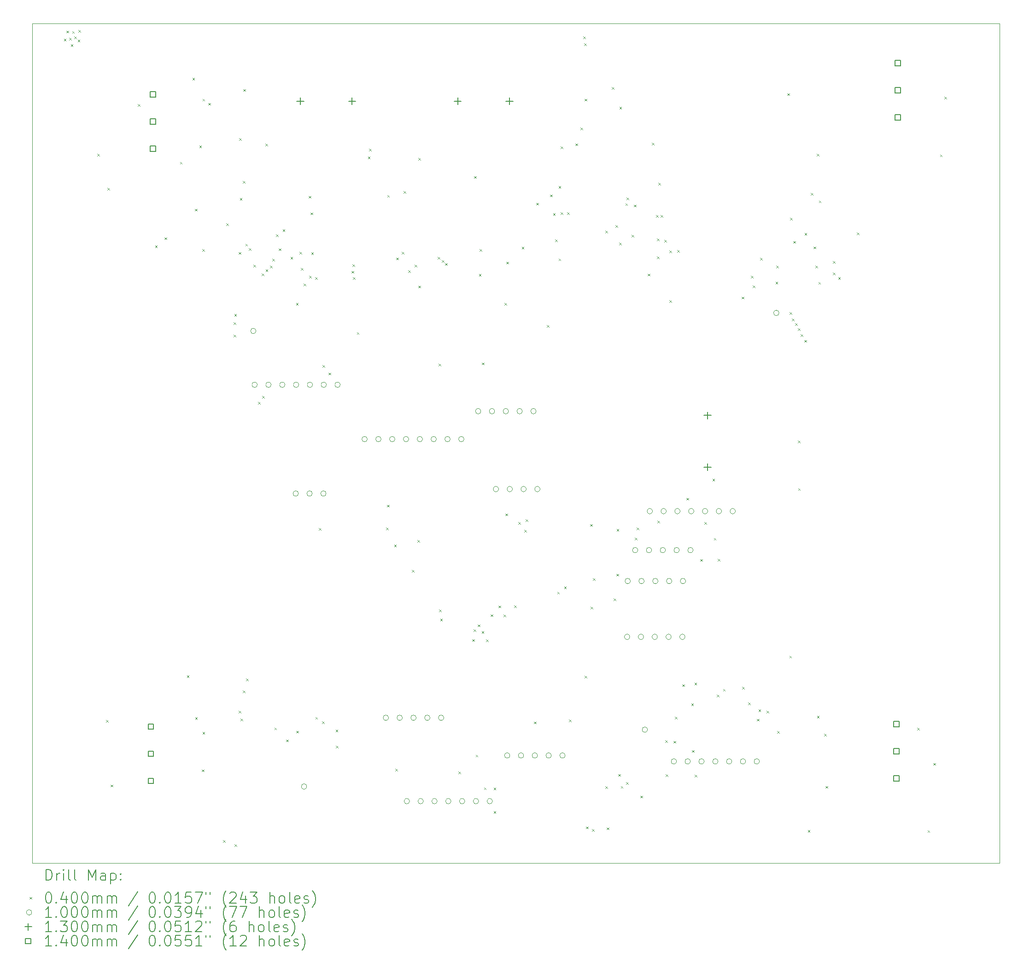
<source format=gbr>
%TF.GenerationSoftware,KiCad,Pcbnew,7.0.8*%
%TF.CreationDate,2023-11-03T15:58:09-04:00*%
%TF.ProjectId,GoodBotControlBoard,476f6f64-426f-4744-936f-6e74726f6c42,rev?*%
%TF.SameCoordinates,Original*%
%TF.FileFunction,Drillmap*%
%TF.FilePolarity,Positive*%
%FSLAX45Y45*%
G04 Gerber Fmt 4.5, Leading zero omitted, Abs format (unit mm)*
G04 Created by KiCad (PCBNEW 7.0.8) date 2023-11-03 15:58:09*
%MOMM*%
%LPD*%
G01*
G04 APERTURE LIST*
%ADD10C,0.100000*%
%ADD11C,0.200000*%
%ADD12C,0.040000*%
%ADD13C,0.130000*%
%ADD14C,0.140000*%
G04 APERTURE END LIST*
D10*
X20497800Y-16738600D02*
X2717800Y-16738600D01*
X20497800Y-1295400D02*
X20497800Y-16738600D01*
X2717800Y-1295400D02*
X20497800Y-1295400D01*
X2717800Y-16738600D02*
X2717800Y-1295400D01*
D11*
D12*
X3302320Y-1575120D02*
X3342320Y-1615120D01*
X3342320Y-1575120D02*
X3302320Y-1615120D01*
X3348040Y-1427800D02*
X3388040Y-1467800D01*
X3388040Y-1427800D02*
X3348040Y-1467800D01*
X3398840Y-1559880D02*
X3438840Y-1599880D01*
X3438840Y-1559880D02*
X3398840Y-1599880D01*
X3429320Y-1676720D02*
X3469320Y-1716720D01*
X3469320Y-1676720D02*
X3429320Y-1716720D01*
X3454720Y-1437960D02*
X3494720Y-1477960D01*
X3494720Y-1437960D02*
X3454720Y-1477960D01*
X3490280Y-1534480D02*
X3530280Y-1574480D01*
X3530280Y-1534480D02*
X3490280Y-1574480D01*
X3556320Y-1595440D02*
X3596320Y-1635440D01*
X3596320Y-1595440D02*
X3556320Y-1635440D01*
X3571560Y-1417640D02*
X3611560Y-1457640D01*
X3611560Y-1417640D02*
X3571560Y-1457640D01*
X3914460Y-3690940D02*
X3954460Y-3730940D01*
X3954460Y-3690940D02*
X3914460Y-3730940D01*
X4074480Y-14107480D02*
X4114480Y-14147480D01*
X4114480Y-14107480D02*
X4074480Y-14147480D01*
X4104960Y-4320860D02*
X4144960Y-4360860D01*
X4144960Y-4320860D02*
X4104960Y-4360860D01*
X4160840Y-15296200D02*
X4200840Y-15336200D01*
X4200840Y-15296200D02*
X4160840Y-15336200D01*
X4658680Y-2781620D02*
X4698680Y-2821620D01*
X4698680Y-2781620D02*
X4658680Y-2821620D01*
X4978720Y-5377500D02*
X5018720Y-5417500D01*
X5018720Y-5377500D02*
X4978720Y-5417500D01*
X5153980Y-5230180D02*
X5193980Y-5270180D01*
X5193980Y-5230180D02*
X5153980Y-5270180D01*
X5435920Y-3840520D02*
X5475920Y-3880520D01*
X5475920Y-3840520D02*
X5435920Y-3880520D01*
X5562920Y-13284520D02*
X5602920Y-13324520D01*
X5602920Y-13284520D02*
X5562920Y-13324520D01*
X5664520Y-2296480D02*
X5704520Y-2336480D01*
X5704520Y-2296480D02*
X5664520Y-2336480D01*
X5710240Y-4704400D02*
X5750240Y-4744400D01*
X5750240Y-4704400D02*
X5710240Y-4744400D01*
X5715720Y-14054540D02*
X5755720Y-14094540D01*
X5755720Y-14054540D02*
X5715720Y-14094540D01*
X5791520Y-3538540D02*
X5831520Y-3578540D01*
X5831520Y-3538540D02*
X5791520Y-3578540D01*
X5837700Y-15017260D02*
X5877700Y-15057260D01*
X5877700Y-15017260D02*
X5837700Y-15057260D01*
X5844860Y-5446080D02*
X5884860Y-5486080D01*
X5884860Y-5446080D02*
X5844860Y-5486080D01*
X5849940Y-2682560D02*
X5889940Y-2722560D01*
X5889940Y-2682560D02*
X5849940Y-2722560D01*
X5849940Y-14328460D02*
X5889940Y-14368460D01*
X5889940Y-14328460D02*
X5849940Y-14368460D01*
X5956050Y-2758760D02*
X5996050Y-2798760D01*
X5996050Y-2758760D02*
X5956050Y-2798760D01*
X6228400Y-16318490D02*
X6268400Y-16358490D01*
X6268400Y-16318490D02*
X6228400Y-16358490D01*
X6285330Y-4972150D02*
X6325330Y-5012150D01*
X6325330Y-4972150D02*
X6285330Y-5012150D01*
X6418900Y-7023420D02*
X6458900Y-7063420D01*
X6458900Y-7023420D02*
X6418900Y-7063420D01*
X6423980Y-6792280D02*
X6463980Y-6832280D01*
X6463980Y-6792280D02*
X6423980Y-6832280D01*
X6434140Y-6642420D02*
X6474140Y-6682420D01*
X6474140Y-6642420D02*
X6434140Y-6682420D01*
X6441760Y-16390940D02*
X6481760Y-16430940D01*
X6481760Y-16390940D02*
X6441760Y-16430940D01*
X6512880Y-5501960D02*
X6552880Y-5541960D01*
X6552880Y-5501960D02*
X6512880Y-5541960D01*
X6517960Y-13937300D02*
X6557960Y-13977300D01*
X6557960Y-13937300D02*
X6517960Y-13977300D01*
X6525950Y-3406460D02*
X6565950Y-3446460D01*
X6565950Y-3406460D02*
X6525950Y-3446460D01*
X6535450Y-4506212D02*
X6575450Y-4546212D01*
X6575450Y-4506212D02*
X6535450Y-4546212D01*
X6548440Y-14082080D02*
X6588440Y-14122080D01*
X6588440Y-14082080D02*
X6548440Y-14122080D01*
X6589080Y-13566460D02*
X6629080Y-13606460D01*
X6629080Y-13566460D02*
X6589080Y-13606460D01*
X6594160Y-4191320D02*
X6634160Y-4231320D01*
X6634160Y-4191320D02*
X6594160Y-4231320D01*
X6601780Y-2504760D02*
X6641780Y-2544760D01*
X6641780Y-2504760D02*
X6601780Y-2544760D01*
X6637340Y-5349560D02*
X6677340Y-5389560D01*
X6677340Y-5349560D02*
X6637340Y-5389560D01*
X6647500Y-13342940D02*
X6687500Y-13382940D01*
X6687500Y-13342940D02*
X6647500Y-13382940D01*
X6703380Y-5429510D02*
X6743380Y-5469510D01*
X6743380Y-5429510D02*
X6703380Y-5469510D01*
X6783114Y-5736634D02*
X6823114Y-5776634D01*
X6823114Y-5736634D02*
X6783114Y-5776634D01*
X6872230Y-8255320D02*
X6912230Y-8295320D01*
X6912230Y-8255320D02*
X6872230Y-8295320D01*
X6938902Y-5891831D02*
X6978902Y-5931831D01*
X6978902Y-5891831D02*
X6938902Y-5931831D01*
X6944680Y-8146100D02*
X6984680Y-8186100D01*
X6984680Y-8146100D02*
X6944680Y-8186100D01*
X7004450Y-3505520D02*
X7044450Y-3545520D01*
X7044450Y-3505520D02*
X7004450Y-3545520D01*
X7011311Y-5819381D02*
X7051311Y-5859381D01*
X7051311Y-5819381D02*
X7011311Y-5859381D01*
X7092000Y-5748340D02*
X7132000Y-5788340D01*
X7132000Y-5748340D02*
X7092000Y-5788340D01*
X7130100Y-5623880D02*
X7170100Y-5663880D01*
X7170100Y-5623880D02*
X7130100Y-5663880D01*
X7171170Y-14246750D02*
X7211170Y-14286750D01*
X7211170Y-14246750D02*
X7171170Y-14286750D01*
X7199050Y-5177100D02*
X7239050Y-5217100D01*
X7239050Y-5177100D02*
X7199050Y-5217100D01*
X7251180Y-5434220D02*
X7291180Y-5474220D01*
X7291180Y-5434220D02*
X7251180Y-5474220D01*
X7323140Y-5080320D02*
X7363140Y-5120320D01*
X7363140Y-5080320D02*
X7323140Y-5120320D01*
X7385769Y-14466210D02*
X7425769Y-14506210D01*
X7425769Y-14466210D02*
X7385769Y-14506210D01*
X7467965Y-5588015D02*
X7507965Y-5628015D01*
X7507965Y-5588015D02*
X7467965Y-5628015D01*
X7569520Y-6434140D02*
X7609520Y-6474140D01*
X7609520Y-6434140D02*
X7569520Y-6474140D01*
X7574600Y-14306250D02*
X7614600Y-14346250D01*
X7614600Y-14306250D02*
X7574600Y-14346250D01*
X7633020Y-5494340D02*
X7673020Y-5534340D01*
X7673020Y-5494340D02*
X7633020Y-5534340D01*
X7655880Y-5792890D02*
X7695880Y-5832890D01*
X7695880Y-5792890D02*
X7655880Y-5832890D01*
X7706680Y-6078540D02*
X7746680Y-6118540D01*
X7746680Y-6078540D02*
X7706680Y-6118540D01*
X7800660Y-4468180D02*
X7840660Y-4508180D01*
X7840660Y-4468180D02*
X7800660Y-4508180D01*
X7810820Y-5938290D02*
X7850820Y-5978290D01*
X7850820Y-5938290D02*
X7810820Y-5978290D01*
X7833680Y-4772980D02*
X7873680Y-4812980D01*
X7873680Y-4772980D02*
X7833680Y-4812980D01*
X7848920Y-5507040D02*
X7888920Y-5547040D01*
X7888920Y-5507040D02*
X7848920Y-5547040D01*
X7917500Y-5964240D02*
X7957500Y-6004240D01*
X7957500Y-5964240D02*
X7917500Y-6004240D01*
X7923650Y-14052275D02*
X7963650Y-14092275D01*
X7963650Y-14052275D02*
X7923650Y-14092275D01*
X7986080Y-10577109D02*
X8026080Y-10617109D01*
X8026080Y-10577109D02*
X7986080Y-10617109D01*
X8047470Y-14133310D02*
X8087470Y-14173310D01*
X8087470Y-14133310D02*
X8047470Y-14173310D01*
X8057200Y-7582220D02*
X8097200Y-7622220D01*
X8097200Y-7582220D02*
X8057200Y-7622220D01*
X8166850Y-7719810D02*
X8206850Y-7759810D01*
X8206850Y-7719810D02*
X8166850Y-7759810D01*
X8296630Y-14285050D02*
X8336630Y-14325050D01*
X8336630Y-14285050D02*
X8296630Y-14325050D01*
X8303580Y-14582460D02*
X8343580Y-14622460D01*
X8343580Y-14582460D02*
X8303580Y-14622460D01*
X8588060Y-5847400D02*
X8628060Y-5887400D01*
X8628060Y-5847400D02*
X8588060Y-5887400D01*
X8603300Y-5722940D02*
X8643300Y-5762940D01*
X8643300Y-5722940D02*
X8603300Y-5762940D01*
X8613460Y-5964240D02*
X8653460Y-6004240D01*
X8653460Y-5964240D02*
X8613460Y-6004240D01*
X8687120Y-6975160D02*
X8727120Y-7015160D01*
X8727120Y-6975160D02*
X8687120Y-7015160D01*
X8890320Y-3746820D02*
X8930320Y-3786820D01*
X8930320Y-3746820D02*
X8890320Y-3786820D01*
X8910640Y-3602040D02*
X8950640Y-3642040D01*
X8950640Y-3602040D02*
X8910640Y-3642040D01*
X9225600Y-10567059D02*
X9265600Y-10607059D01*
X9265600Y-10567059D02*
X9225600Y-10607059D01*
X9243380Y-10150160D02*
X9283380Y-10190160D01*
X9283380Y-10150160D02*
X9243380Y-10190160D01*
X9245920Y-4450400D02*
X9285920Y-4490400D01*
X9285920Y-4450400D02*
X9245920Y-4490400D01*
X9372920Y-10879140D02*
X9412920Y-10919140D01*
X9412920Y-10879140D02*
X9372920Y-10919140D01*
X9395780Y-15004100D02*
X9435780Y-15044100D01*
X9435780Y-15004100D02*
X9395780Y-15044100D01*
X9410018Y-5602558D02*
X9450018Y-5642558D01*
X9450018Y-5602558D02*
X9410018Y-5642558D01*
X9510080Y-5496880D02*
X9550080Y-5536880D01*
X9550080Y-5496880D02*
X9510080Y-5536880D01*
X9548180Y-4379280D02*
X9588180Y-4419280D01*
X9588180Y-4379280D02*
X9548180Y-4419280D01*
X9632412Y-5832572D02*
X9672412Y-5872572D01*
X9672412Y-5832572D02*
X9632412Y-5872572D01*
X9695500Y-11346500D02*
X9735500Y-11386500D01*
X9735500Y-11346500D02*
X9695500Y-11386500D01*
X9748840Y-5733230D02*
X9788840Y-5773230D01*
X9788840Y-5733230D02*
X9748840Y-5773230D01*
X9797100Y-10797860D02*
X9837100Y-10837860D01*
X9837100Y-10797860D02*
X9797100Y-10837860D01*
X9814319Y-6119250D02*
X9854319Y-6159250D01*
X9854319Y-6119250D02*
X9814319Y-6159250D01*
X9814880Y-3772220D02*
X9854880Y-3812220D01*
X9854880Y-3772220D02*
X9814880Y-3812220D01*
X10175560Y-5590860D02*
X10215560Y-5630860D01*
X10215560Y-5590860D02*
X10175560Y-5630860D01*
X10190800Y-7551740D02*
X10230800Y-7591740D01*
X10230800Y-7551740D02*
X10190800Y-7591740D01*
X10200960Y-12078020D02*
X10240960Y-12118020D01*
X10240960Y-12078020D02*
X10200960Y-12118020D01*
X10218740Y-12245660D02*
X10258740Y-12285660D01*
X10258740Y-12245660D02*
X10218740Y-12285660D01*
X10251760Y-5651820D02*
X10291760Y-5691820D01*
X10291760Y-5651820D02*
X10251760Y-5691820D01*
X10307640Y-5705160D02*
X10347640Y-5745160D01*
X10347640Y-5705160D02*
X10307640Y-5745160D01*
X10556560Y-15057440D02*
X10596560Y-15097440D01*
X10596560Y-15057440D02*
X10556560Y-15097440D01*
X10805480Y-12621580D02*
X10845480Y-12661580D01*
X10845480Y-12621580D02*
X10805480Y-12661580D01*
X10835790Y-12441240D02*
X10875790Y-12481240D01*
X10875790Y-12441240D02*
X10835790Y-12481240D01*
X10843580Y-4104960D02*
X10883580Y-4144960D01*
X10883580Y-4104960D02*
X10843580Y-4144960D01*
X10871520Y-14747560D02*
X10911520Y-14787560D01*
X10911520Y-14747560D02*
X10871520Y-14787560D01*
X10908290Y-12349800D02*
X10948290Y-12389800D01*
X10948290Y-12349800D02*
X10908290Y-12389800D01*
X10929940Y-5900740D02*
X10969940Y-5940740D01*
X10969940Y-5900740D02*
X10929940Y-5940740D01*
X10945180Y-5443540D02*
X10985180Y-5483540D01*
X10985180Y-5443540D02*
X10945180Y-5483540D01*
X10980740Y-12474260D02*
X11020740Y-12514260D01*
X11020740Y-12474260D02*
X10980740Y-12514260D01*
X10988360Y-7533960D02*
X11028360Y-7573960D01*
X11028360Y-7533960D02*
X10988360Y-7573960D01*
X11023920Y-15347000D02*
X11063920Y-15387000D01*
X11063920Y-15347000D02*
X11023920Y-15387000D01*
X11059480Y-12624120D02*
X11099480Y-12664120D01*
X11099480Y-12624120D02*
X11059480Y-12664120D01*
X11145840Y-12164380D02*
X11185840Y-12204380D01*
X11185840Y-12164380D02*
X11145840Y-12204380D01*
X11201720Y-15352080D02*
X11241720Y-15392080D01*
X11241720Y-15352080D02*
X11201720Y-15392080D01*
X11201720Y-15783880D02*
X11241720Y-15823880D01*
X11241720Y-15783880D02*
X11201720Y-15823880D01*
X11293160Y-12004360D02*
X11333160Y-12044360D01*
X11333160Y-12004360D02*
X11293160Y-12044360D01*
X11380866Y-12170806D02*
X11420866Y-12210806D01*
X11420866Y-12170806D02*
X11380866Y-12210806D01*
X11397300Y-6436680D02*
X11437300Y-6476680D01*
X11437300Y-6436680D02*
X11397300Y-6476680D01*
X11417190Y-10309750D02*
X11457190Y-10349750D01*
X11457190Y-10309750D02*
X11417190Y-10349750D01*
X11435400Y-5679760D02*
X11475400Y-5719760D01*
X11475400Y-5679760D02*
X11435400Y-5719760D01*
X11580180Y-12001820D02*
X11620180Y-12041820D01*
X11620180Y-12001820D02*
X11580180Y-12041820D01*
X11653209Y-10469569D02*
X11693209Y-10509569D01*
X11693209Y-10469569D02*
X11653209Y-10509569D01*
X11717340Y-5402900D02*
X11757340Y-5442900D01*
X11757340Y-5402900D02*
X11717340Y-5442900D01*
X11765600Y-10612440D02*
X11805600Y-10652440D01*
X11805600Y-10612440D02*
X11765600Y-10652440D01*
X11791000Y-10418570D02*
X11831000Y-10458570D01*
X11831000Y-10418570D02*
X11791000Y-10458570D01*
X11943400Y-14137960D02*
X11983400Y-14177960D01*
X11983400Y-14137960D02*
X11943400Y-14177960D01*
X11986580Y-4595180D02*
X12026580Y-4635180D01*
X12026580Y-4595180D02*
X11986580Y-4635180D01*
X12182160Y-6843080D02*
X12222160Y-6883080D01*
X12222160Y-6843080D02*
X12182160Y-6883080D01*
X12240324Y-4443896D02*
X12280324Y-4483896D01*
X12280324Y-4443896D02*
X12240324Y-4483896D01*
X12293920Y-4785680D02*
X12333920Y-4825680D01*
X12333920Y-4785680D02*
X12293920Y-4825680D01*
X12334560Y-5265740D02*
X12374560Y-5305740D01*
X12374560Y-5265740D02*
X12334560Y-5305740D01*
X12370120Y-11750360D02*
X12410120Y-11790360D01*
X12410120Y-11750360D02*
X12370120Y-11790360D01*
X12395520Y-5618800D02*
X12435520Y-5658800D01*
X12435520Y-5618800D02*
X12395520Y-5658800D01*
X12395816Y-4288404D02*
X12435816Y-4328404D01*
X12435816Y-4288404D02*
X12395816Y-4328404D01*
X12431080Y-3558860D02*
X12471080Y-3598860D01*
X12471080Y-3558860D02*
X12431080Y-3598860D01*
X12433620Y-4767900D02*
X12473620Y-4807900D01*
X12473620Y-4767900D02*
X12433620Y-4807900D01*
X12497120Y-11653840D02*
X12537120Y-11693840D01*
X12537120Y-11653840D02*
X12497120Y-11693840D01*
X12553000Y-4767900D02*
X12593000Y-4807900D01*
X12593000Y-4767900D02*
X12553000Y-4807900D01*
X12588560Y-14097320D02*
X12628560Y-14137320D01*
X12628560Y-14097320D02*
X12588560Y-14137320D01*
X12702860Y-3502980D02*
X12742860Y-3542980D01*
X12742860Y-3502980D02*
X12702860Y-3542980D01*
X12796840Y-3210880D02*
X12836840Y-3250880D01*
X12836840Y-3210880D02*
X12796840Y-3250880D01*
X12850180Y-1534480D02*
X12890180Y-1574480D01*
X12890180Y-1534480D02*
X12850180Y-1574480D01*
X12867960Y-1661480D02*
X12907960Y-1701480D01*
X12907960Y-1661480D02*
X12867960Y-1701480D01*
X12870500Y-2682560D02*
X12910500Y-2722560D01*
X12910500Y-2682560D02*
X12870500Y-2722560D01*
X12875580Y-13294680D02*
X12915580Y-13334680D01*
X12915580Y-13294680D02*
X12875580Y-13334680D01*
X12898440Y-16068360D02*
X12938440Y-16108360D01*
X12938440Y-16068360D02*
X12898440Y-16108360D01*
X12974640Y-10505760D02*
X13014640Y-10545760D01*
X13014640Y-10505760D02*
X12974640Y-10545760D01*
X12982260Y-12024680D02*
X13022260Y-12064680D01*
X13022260Y-12024680D02*
X12982260Y-12064680D01*
X13010200Y-16114080D02*
X13050200Y-16154080D01*
X13050200Y-16114080D02*
X13010200Y-16154080D01*
X13022900Y-11501440D02*
X13062900Y-11541440D01*
X13062900Y-11501440D02*
X13022900Y-11541440D01*
X13254040Y-15326680D02*
X13294040Y-15366680D01*
X13294040Y-15326680D02*
X13254040Y-15366680D01*
X13256580Y-5105720D02*
X13296580Y-5145720D01*
X13296580Y-5105720D02*
X13256580Y-5145720D01*
X13276900Y-16083600D02*
X13316900Y-16123600D01*
X13316900Y-16083600D02*
X13276900Y-16123600D01*
X13373420Y-2464120D02*
X13413420Y-2504120D01*
X13413420Y-2464120D02*
X13373420Y-2504120D01*
X13403900Y-11874820D02*
X13443900Y-11914820D01*
X13443900Y-11874820D02*
X13403900Y-11914820D01*
X13439460Y-5002830D02*
X13479460Y-5042830D01*
X13479460Y-5002830D02*
X13439460Y-5042830D01*
X13454700Y-11420160D02*
X13494700Y-11460160D01*
X13494700Y-11420160D02*
X13454700Y-11460160D01*
X13462320Y-10592120D02*
X13502320Y-10632120D01*
X13502320Y-10592120D02*
X13462320Y-10632120D01*
X13492800Y-15103160D02*
X13532800Y-15143160D01*
X13532800Y-15103160D02*
X13492800Y-15143160D01*
X13505500Y-5329240D02*
X13545500Y-5369240D01*
X13545500Y-5329240D02*
X13505500Y-5369240D01*
X13513120Y-2827560D02*
X13553120Y-2867560D01*
X13553120Y-2827560D02*
X13513120Y-2867560D01*
X13538520Y-15321600D02*
X13578520Y-15361600D01*
X13578520Y-15321600D02*
X13538520Y-15361600D01*
X13623904Y-4604745D02*
X13663904Y-4644745D01*
X13663904Y-4604745D02*
X13623904Y-4644745D01*
X13635040Y-15251810D02*
X13675040Y-15291810D01*
X13675040Y-15251810D02*
X13635040Y-15291810D01*
X13642660Y-4496120D02*
X13682660Y-4536120D01*
X13682660Y-4496120D02*
X13642660Y-4536120D01*
X13735044Y-5181546D02*
X13775044Y-5221546D01*
X13775044Y-5181546D02*
X13735044Y-5221546D01*
X13776933Y-4628434D02*
X13816933Y-4668434D01*
X13816933Y-4628434D02*
X13776933Y-4668434D01*
X13795060Y-10752140D02*
X13835060Y-10792140D01*
X13835060Y-10752140D02*
X13795060Y-10792140D01*
X13828080Y-10569260D02*
X13868080Y-10609260D01*
X13868080Y-10569260D02*
X13828080Y-10609260D01*
X13899200Y-15500730D02*
X13939200Y-15540730D01*
X13939200Y-15500730D02*
X13899200Y-15540730D01*
X14033544Y-5897924D02*
X14073544Y-5937924D01*
X14073544Y-5897924D02*
X14033544Y-5937924D01*
X14110020Y-3490280D02*
X14150020Y-3530280D01*
X14150020Y-3490280D02*
X14110020Y-3530280D01*
X14186220Y-4821240D02*
X14226220Y-4861240D01*
X14226220Y-4821240D02*
X14186220Y-4861240D01*
X14204000Y-5250500D02*
X14244000Y-5290500D01*
X14244000Y-5250500D02*
X14204000Y-5290500D01*
X14204000Y-5580700D02*
X14244000Y-5620700D01*
X14244000Y-5580700D02*
X14204000Y-5620700D01*
X14214160Y-10442260D02*
X14254160Y-10482260D01*
X14254160Y-10442260D02*
X14214160Y-10482260D01*
X14226860Y-4229420D02*
X14266860Y-4269420D01*
X14266860Y-4229420D02*
X14226860Y-4269420D01*
X14272580Y-4821240D02*
X14312580Y-4861240D01*
X14312580Y-4821240D02*
X14272580Y-4861240D01*
X14336080Y-5278440D02*
X14376080Y-5318440D01*
X14376080Y-5278440D02*
X14336080Y-5318440D01*
X14356400Y-14478320D02*
X14396400Y-14518320D01*
X14396400Y-14478320D02*
X14356400Y-14518320D01*
X14361480Y-15106910D02*
X14401480Y-15146910D01*
X14401480Y-15106910D02*
X14361480Y-15146910D01*
X14430060Y-5474020D02*
X14470060Y-5514020D01*
X14470060Y-5474020D02*
X14430060Y-5514020D01*
X14432600Y-6384070D02*
X14472600Y-6424070D01*
X14472600Y-6384070D02*
X14432600Y-6424070D01*
X14508800Y-14493560D02*
X14548800Y-14533560D01*
X14548800Y-14493560D02*
X14508800Y-14533560D01*
X14534200Y-14049060D02*
X14574200Y-14089060D01*
X14574200Y-14049060D02*
X14534200Y-14089060D01*
X14574840Y-5462450D02*
X14614840Y-5502450D01*
X14614840Y-5462450D02*
X14574840Y-5502450D01*
X14668820Y-13452160D02*
X14708820Y-13492160D01*
X14708820Y-13452160D02*
X14668820Y-13492160D01*
X14742480Y-10023160D02*
X14782480Y-10063160D01*
X14782480Y-10023160D02*
X14742480Y-10063160D01*
X14833920Y-13800140D02*
X14873920Y-13840140D01*
X14873920Y-13800140D02*
X14833920Y-13840140D01*
X14849160Y-14662530D02*
X14889160Y-14702530D01*
X14889160Y-14662530D02*
X14849160Y-14702530D01*
X14892340Y-13419140D02*
X14932340Y-13459140D01*
X14932340Y-13419140D02*
X14892340Y-13459140D01*
X14899960Y-15113320D02*
X14939960Y-15153320D01*
X14939960Y-15113320D02*
X14899960Y-15153320D01*
X14998590Y-11147950D02*
X15038590Y-11187950D01*
X15038590Y-11147950D02*
X14998590Y-11187950D01*
X15073890Y-10465120D02*
X15113890Y-10505120D01*
X15113890Y-10465120D02*
X15073890Y-10505120D01*
X15222540Y-9670100D02*
X15262540Y-9710100D01*
X15262540Y-9670100D02*
X15222540Y-9710100D01*
X15247940Y-10759760D02*
X15287940Y-10799760D01*
X15287940Y-10759760D02*
X15247940Y-10799760D01*
X15301280Y-13642660D02*
X15341280Y-13682660D01*
X15341280Y-13642660D02*
X15301280Y-13682660D01*
X15320390Y-11145840D02*
X15360390Y-11185840D01*
X15360390Y-11145840D02*
X15320390Y-11185840D01*
X15418120Y-13535980D02*
X15458120Y-13575980D01*
X15458120Y-13535980D02*
X15418120Y-13575980D01*
X15758480Y-6322380D02*
X15798480Y-6362380D01*
X15798480Y-6322380D02*
X15758480Y-6362380D01*
X15766100Y-13495340D02*
X15806100Y-13535340D01*
X15806100Y-13495340D02*
X15766100Y-13535340D01*
X15877860Y-13787440D02*
X15917860Y-13827440D01*
X15917860Y-13787440D02*
X15877860Y-13827440D01*
X15928660Y-5938840D02*
X15968660Y-5978840D01*
X15968660Y-5938840D02*
X15928660Y-5978840D01*
X15966760Y-6116640D02*
X16006760Y-6156640D01*
X16006760Y-6116640D02*
X15966760Y-6156640D01*
X16040420Y-14087160D02*
X16080420Y-14127160D01*
X16080420Y-14087160D02*
X16040420Y-14127160D01*
X16068598Y-13912563D02*
X16108598Y-13952563D01*
X16108598Y-13912563D02*
X16068598Y-13952563D01*
X16097420Y-5606100D02*
X16137420Y-5646100D01*
X16137420Y-5606100D02*
X16097420Y-5646100D01*
X16218220Y-13937300D02*
X16258220Y-13977300D01*
X16258220Y-13937300D02*
X16218220Y-13977300D01*
X16383320Y-6045520D02*
X16423320Y-6085520D01*
X16423320Y-6045520D02*
X16383320Y-6085520D01*
X16398560Y-5750880D02*
X16438560Y-5790880D01*
X16438560Y-5750880D02*
X16398560Y-5790880D01*
X16413800Y-14310680D02*
X16453800Y-14350680D01*
X16453800Y-14310680D02*
X16413800Y-14350680D01*
X16599220Y-2580960D02*
X16639220Y-2620960D01*
X16639220Y-2580960D02*
X16599220Y-2620960D01*
X16637320Y-12926380D02*
X16677320Y-12966380D01*
X16677320Y-12926380D02*
X16637320Y-12966380D01*
X16642270Y-6604320D02*
X16682270Y-6644320D01*
X16682270Y-6604320D02*
X16642270Y-6644320D01*
X16651730Y-4867790D02*
X16691730Y-4907790D01*
X16691730Y-4867790D02*
X16651730Y-4907790D01*
X16680500Y-6723700D02*
X16720500Y-6763700D01*
X16720500Y-6723700D02*
X16680500Y-6763700D01*
X16708440Y-5298760D02*
X16748440Y-5338760D01*
X16748440Y-5298760D02*
X16708440Y-5338760D01*
X16742270Y-6810060D02*
X16782270Y-6850060D01*
X16782270Y-6810060D02*
X16742270Y-6850060D01*
X16792260Y-8966520D02*
X16832260Y-9006520D01*
X16832260Y-8966520D02*
X16792260Y-9006520D01*
X16792270Y-6901500D02*
X16832270Y-6941500D01*
X16832270Y-6901500D02*
X16792270Y-6941500D01*
X16797340Y-9845360D02*
X16837340Y-9885360D01*
X16837340Y-9845360D02*
X16797340Y-9885360D01*
X16842270Y-7010720D02*
X16882270Y-7050720D01*
X16882270Y-7010720D02*
X16842270Y-7050720D01*
X16911640Y-7117400D02*
X16951640Y-7157400D01*
X16951640Y-7117400D02*
X16911640Y-7157400D01*
X16916720Y-5151440D02*
X16956720Y-5191440D01*
X16956720Y-5151440D02*
X16916720Y-5191440D01*
X16975140Y-16129320D02*
X17015140Y-16169320D01*
X17015140Y-16129320D02*
X16975140Y-16169320D01*
X17028480Y-4414840D02*
X17068480Y-4454840D01*
X17068480Y-4414840D02*
X17028480Y-4454840D01*
X17084360Y-5400360D02*
X17124360Y-5440360D01*
X17124360Y-5400360D02*
X17084360Y-5440360D01*
X17114840Y-5753420D02*
X17154840Y-5793420D01*
X17154840Y-5753420D02*
X17114840Y-5793420D01*
X17142780Y-3696020D02*
X17182780Y-3736020D01*
X17182780Y-3696020D02*
X17142780Y-3736020D01*
X17145320Y-14031280D02*
X17185320Y-14071280D01*
X17185320Y-14031280D02*
X17145320Y-14071280D01*
X17170720Y-6050600D02*
X17210720Y-6090600D01*
X17210720Y-6050600D02*
X17170720Y-6090600D01*
X17178340Y-4552000D02*
X17218340Y-4592000D01*
X17218340Y-4552000D02*
X17178340Y-4592000D01*
X17277400Y-14364020D02*
X17317400Y-14404020D01*
X17317400Y-14364020D02*
X17277400Y-14404020D01*
X17300260Y-15321600D02*
X17340260Y-15361600D01*
X17340260Y-15321600D02*
X17300260Y-15361600D01*
X17437420Y-5667060D02*
X17477420Y-5707060D01*
X17477420Y-5667060D02*
X17437420Y-5707060D01*
X17439960Y-5875340D02*
X17479960Y-5915340D01*
X17479960Y-5875340D02*
X17439960Y-5915340D01*
X17533940Y-5961700D02*
X17573940Y-6001700D01*
X17573940Y-5961700D02*
X17533940Y-6001700D01*
X17879380Y-5141280D02*
X17919380Y-5181280D01*
X17919380Y-5141280D02*
X17879380Y-5181280D01*
X18984280Y-14249720D02*
X19024280Y-14289720D01*
X19024280Y-14249720D02*
X18984280Y-14289720D01*
X19177320Y-16134400D02*
X19217320Y-16174400D01*
X19217320Y-16134400D02*
X19177320Y-16174400D01*
X19281460Y-14899960D02*
X19321460Y-14939960D01*
X19321460Y-14899960D02*
X19281460Y-14939960D01*
X19405920Y-3706180D02*
X19445920Y-3746180D01*
X19445920Y-3706180D02*
X19405920Y-3746180D01*
X19484660Y-2641920D02*
X19524660Y-2681920D01*
X19524660Y-2641920D02*
X19484660Y-2681920D01*
D10*
X6834340Y-6951980D02*
G75*
G03*
X6834340Y-6951980I-50000J0D01*
G01*
X6858200Y-7941300D02*
G75*
G03*
X6858200Y-7941300I-50000J0D01*
G01*
X7112200Y-7941300D02*
G75*
G03*
X7112200Y-7941300I-50000J0D01*
G01*
X7366200Y-7941300D02*
G75*
G03*
X7366200Y-7941300I-50000J0D01*
G01*
X7614120Y-9941560D02*
G75*
G03*
X7614120Y-9941560I-50000J0D01*
G01*
X7620200Y-7941300D02*
G75*
G03*
X7620200Y-7941300I-50000J0D01*
G01*
X7766520Y-15331440D02*
G75*
G03*
X7766520Y-15331440I-50000J0D01*
G01*
X7868120Y-9941560D02*
G75*
G03*
X7868120Y-9941560I-50000J0D01*
G01*
X7874200Y-7941300D02*
G75*
G03*
X7874200Y-7941300I-50000J0D01*
G01*
X8122120Y-9941560D02*
G75*
G03*
X8122120Y-9941560I-50000J0D01*
G01*
X8128200Y-7941300D02*
G75*
G03*
X8128200Y-7941300I-50000J0D01*
G01*
X8382200Y-7941300D02*
G75*
G03*
X8382200Y-7941300I-50000J0D01*
G01*
X8879040Y-8940800D02*
G75*
G03*
X8879040Y-8940800I-50000J0D01*
G01*
X9133040Y-8940800D02*
G75*
G03*
X9133040Y-8940800I-50000J0D01*
G01*
X9270200Y-14066520D02*
G75*
G03*
X9270200Y-14066520I-50000J0D01*
G01*
X9387040Y-8940800D02*
G75*
G03*
X9387040Y-8940800I-50000J0D01*
G01*
X9524200Y-14066520D02*
G75*
G03*
X9524200Y-14066520I-50000J0D01*
G01*
X9641040Y-8940800D02*
G75*
G03*
X9641040Y-8940800I-50000J0D01*
G01*
X9656280Y-15600680D02*
G75*
G03*
X9656280Y-15600680I-50000J0D01*
G01*
X9778200Y-14066520D02*
G75*
G03*
X9778200Y-14066520I-50000J0D01*
G01*
X9895040Y-8940800D02*
G75*
G03*
X9895040Y-8940800I-50000J0D01*
G01*
X9910280Y-15600680D02*
G75*
G03*
X9910280Y-15600680I-50000J0D01*
G01*
X10032200Y-14066520D02*
G75*
G03*
X10032200Y-14066520I-50000J0D01*
G01*
X10149040Y-8940800D02*
G75*
G03*
X10149040Y-8940800I-50000J0D01*
G01*
X10164280Y-15600680D02*
G75*
G03*
X10164280Y-15600680I-50000J0D01*
G01*
X10286200Y-14066520D02*
G75*
G03*
X10286200Y-14066520I-50000J0D01*
G01*
X10403040Y-8940800D02*
G75*
G03*
X10403040Y-8940800I-50000J0D01*
G01*
X10418280Y-15600680D02*
G75*
G03*
X10418280Y-15600680I-50000J0D01*
G01*
X10657040Y-8940800D02*
G75*
G03*
X10657040Y-8940800I-50000J0D01*
G01*
X10672280Y-15600680D02*
G75*
G03*
X10672280Y-15600680I-50000J0D01*
G01*
X10926280Y-15600680D02*
G75*
G03*
X10926280Y-15600680I-50000J0D01*
G01*
X10966920Y-8427720D02*
G75*
G03*
X10966920Y-8427720I-50000J0D01*
G01*
X11180280Y-15600680D02*
G75*
G03*
X11180280Y-15600680I-50000J0D01*
G01*
X11220920Y-8427720D02*
G75*
G03*
X11220920Y-8427720I-50000J0D01*
G01*
X11293040Y-9860280D02*
G75*
G03*
X11293040Y-9860280I-50000J0D01*
G01*
X11474920Y-8427720D02*
G75*
G03*
X11474920Y-8427720I-50000J0D01*
G01*
X11500500Y-14760000D02*
G75*
G03*
X11500500Y-14760000I-50000J0D01*
G01*
X11547040Y-9860280D02*
G75*
G03*
X11547040Y-9860280I-50000J0D01*
G01*
X11728920Y-8427720D02*
G75*
G03*
X11728920Y-8427720I-50000J0D01*
G01*
X11754500Y-14760000D02*
G75*
G03*
X11754500Y-14760000I-50000J0D01*
G01*
X11801040Y-9860280D02*
G75*
G03*
X11801040Y-9860280I-50000J0D01*
G01*
X11982920Y-8427720D02*
G75*
G03*
X11982920Y-8427720I-50000J0D01*
G01*
X12008500Y-14760000D02*
G75*
G03*
X12008500Y-14760000I-50000J0D01*
G01*
X12055040Y-9860280D02*
G75*
G03*
X12055040Y-9860280I-50000J0D01*
G01*
X12262500Y-14760000D02*
G75*
G03*
X12262500Y-14760000I-50000J0D01*
G01*
X12516500Y-14760000D02*
G75*
G03*
X12516500Y-14760000I-50000J0D01*
G01*
X13705040Y-12578080D02*
G75*
G03*
X13705040Y-12578080I-50000J0D01*
G01*
X13715200Y-11551920D02*
G75*
G03*
X13715200Y-11551920I-50000J0D01*
G01*
X13852360Y-10982960D02*
G75*
G03*
X13852360Y-10982960I-50000J0D01*
G01*
X13959040Y-12578080D02*
G75*
G03*
X13959040Y-12578080I-50000J0D01*
G01*
X13969200Y-11551920D02*
G75*
G03*
X13969200Y-11551920I-50000J0D01*
G01*
X14030160Y-14284960D02*
G75*
G03*
X14030160Y-14284960I-50000J0D01*
G01*
X14106360Y-10982960D02*
G75*
G03*
X14106360Y-10982960I-50000J0D01*
G01*
X14121100Y-10266680D02*
G75*
G03*
X14121100Y-10266680I-50000J0D01*
G01*
X14213040Y-12578080D02*
G75*
G03*
X14213040Y-12578080I-50000J0D01*
G01*
X14223200Y-11551920D02*
G75*
G03*
X14223200Y-11551920I-50000J0D01*
G01*
X14360360Y-10982960D02*
G75*
G03*
X14360360Y-10982960I-50000J0D01*
G01*
X14375100Y-10266680D02*
G75*
G03*
X14375100Y-10266680I-50000J0D01*
G01*
X14467040Y-12578080D02*
G75*
G03*
X14467040Y-12578080I-50000J0D01*
G01*
X14477200Y-11551920D02*
G75*
G03*
X14477200Y-11551920I-50000J0D01*
G01*
X14563560Y-14869160D02*
G75*
G03*
X14563560Y-14869160I-50000J0D01*
G01*
X14614360Y-10982960D02*
G75*
G03*
X14614360Y-10982960I-50000J0D01*
G01*
X14629100Y-10266680D02*
G75*
G03*
X14629100Y-10266680I-50000J0D01*
G01*
X14721040Y-12578080D02*
G75*
G03*
X14721040Y-12578080I-50000J0D01*
G01*
X14731200Y-11551920D02*
G75*
G03*
X14731200Y-11551920I-50000J0D01*
G01*
X14817560Y-14869160D02*
G75*
G03*
X14817560Y-14869160I-50000J0D01*
G01*
X14868360Y-10982960D02*
G75*
G03*
X14868360Y-10982960I-50000J0D01*
G01*
X14883100Y-10266680D02*
G75*
G03*
X14883100Y-10266680I-50000J0D01*
G01*
X15071560Y-14869160D02*
G75*
G03*
X15071560Y-14869160I-50000J0D01*
G01*
X15137100Y-10266680D02*
G75*
G03*
X15137100Y-10266680I-50000J0D01*
G01*
X15325560Y-14869160D02*
G75*
G03*
X15325560Y-14869160I-50000J0D01*
G01*
X15391100Y-10266680D02*
G75*
G03*
X15391100Y-10266680I-50000J0D01*
G01*
X15579560Y-14869160D02*
G75*
G03*
X15579560Y-14869160I-50000J0D01*
G01*
X15645100Y-10266680D02*
G75*
G03*
X15645100Y-10266680I-50000J0D01*
G01*
X15833560Y-14869160D02*
G75*
G03*
X15833560Y-14869160I-50000J0D01*
G01*
X16087560Y-14869160D02*
G75*
G03*
X16087560Y-14869160I-50000J0D01*
G01*
X16446720Y-6620120D02*
G75*
G03*
X16446720Y-6620120I-50000J0D01*
G01*
D13*
X7648440Y-2657880D02*
X7648440Y-2787880D01*
X7583440Y-2722880D02*
X7713440Y-2722880D01*
X8600440Y-2657880D02*
X8600440Y-2787880D01*
X8535440Y-2722880D02*
X8665440Y-2722880D01*
X10541000Y-2657880D02*
X10541000Y-2787880D01*
X10476000Y-2722880D02*
X10606000Y-2722880D01*
X11493000Y-2657880D02*
X11493000Y-2787880D01*
X11428000Y-2722880D02*
X11558000Y-2722880D01*
X15133320Y-8438920D02*
X15133320Y-8568920D01*
X15068320Y-8503920D02*
X15198320Y-8503920D01*
X15133320Y-9390920D02*
X15133320Y-9520920D01*
X15068320Y-9455920D02*
X15198320Y-9455920D01*
D14*
X4951698Y-14278578D02*
X4951698Y-14179582D01*
X4852702Y-14179582D01*
X4852702Y-14278578D01*
X4951698Y-14278578D01*
X4951698Y-14778578D02*
X4951698Y-14679582D01*
X4852702Y-14679582D01*
X4852702Y-14778578D01*
X4951698Y-14778578D01*
X4951698Y-15278578D02*
X4951698Y-15179582D01*
X4852702Y-15179582D01*
X4852702Y-15278578D01*
X4951698Y-15278578D01*
X4987258Y-2651218D02*
X4987258Y-2552222D01*
X4888262Y-2552222D01*
X4888262Y-2651218D01*
X4987258Y-2651218D01*
X4987258Y-3151218D02*
X4987258Y-3052222D01*
X4888262Y-3052222D01*
X4888262Y-3151218D01*
X4987258Y-3151218D01*
X4987258Y-3651218D02*
X4987258Y-3552222D01*
X4888262Y-3552222D01*
X4888262Y-3651218D01*
X4987258Y-3651218D01*
X18652458Y-14232858D02*
X18652458Y-14133862D01*
X18553462Y-14133862D01*
X18553462Y-14232858D01*
X18652458Y-14232858D01*
X18652458Y-14732858D02*
X18652458Y-14633862D01*
X18553462Y-14633862D01*
X18553462Y-14732858D01*
X18652458Y-14732858D01*
X18652458Y-15232858D02*
X18652458Y-15133862D01*
X18553462Y-15133862D01*
X18553462Y-15232858D01*
X18652458Y-15232858D01*
X18678998Y-2074498D02*
X18678998Y-1975502D01*
X18580002Y-1975502D01*
X18580002Y-2074498D01*
X18678998Y-2074498D01*
X18678998Y-2574498D02*
X18678998Y-2475502D01*
X18580002Y-2475502D01*
X18580002Y-2574498D01*
X18678998Y-2574498D01*
X18678998Y-3074498D02*
X18678998Y-2975502D01*
X18580002Y-2975502D01*
X18580002Y-3074498D01*
X18678998Y-3074498D01*
D11*
X2973577Y-17055084D02*
X2973577Y-16855084D01*
X2973577Y-16855084D02*
X3021196Y-16855084D01*
X3021196Y-16855084D02*
X3049767Y-16864608D01*
X3049767Y-16864608D02*
X3068815Y-16883655D01*
X3068815Y-16883655D02*
X3078339Y-16902703D01*
X3078339Y-16902703D02*
X3087862Y-16940798D01*
X3087862Y-16940798D02*
X3087862Y-16969370D01*
X3087862Y-16969370D02*
X3078339Y-17007465D01*
X3078339Y-17007465D02*
X3068815Y-17026512D01*
X3068815Y-17026512D02*
X3049767Y-17045560D01*
X3049767Y-17045560D02*
X3021196Y-17055084D01*
X3021196Y-17055084D02*
X2973577Y-17055084D01*
X3173577Y-17055084D02*
X3173577Y-16921750D01*
X3173577Y-16959846D02*
X3183101Y-16940798D01*
X3183101Y-16940798D02*
X3192624Y-16931274D01*
X3192624Y-16931274D02*
X3211672Y-16921750D01*
X3211672Y-16921750D02*
X3230720Y-16921750D01*
X3297386Y-17055084D02*
X3297386Y-16921750D01*
X3297386Y-16855084D02*
X3287862Y-16864608D01*
X3287862Y-16864608D02*
X3297386Y-16874131D01*
X3297386Y-16874131D02*
X3306910Y-16864608D01*
X3306910Y-16864608D02*
X3297386Y-16855084D01*
X3297386Y-16855084D02*
X3297386Y-16874131D01*
X3421196Y-17055084D02*
X3402148Y-17045560D01*
X3402148Y-17045560D02*
X3392624Y-17026512D01*
X3392624Y-17026512D02*
X3392624Y-16855084D01*
X3525958Y-17055084D02*
X3506910Y-17045560D01*
X3506910Y-17045560D02*
X3497386Y-17026512D01*
X3497386Y-17026512D02*
X3497386Y-16855084D01*
X3754529Y-17055084D02*
X3754529Y-16855084D01*
X3754529Y-16855084D02*
X3821196Y-16997941D01*
X3821196Y-16997941D02*
X3887862Y-16855084D01*
X3887862Y-16855084D02*
X3887862Y-17055084D01*
X4068815Y-17055084D02*
X4068815Y-16950322D01*
X4068815Y-16950322D02*
X4059291Y-16931274D01*
X4059291Y-16931274D02*
X4040243Y-16921750D01*
X4040243Y-16921750D02*
X4002148Y-16921750D01*
X4002148Y-16921750D02*
X3983101Y-16931274D01*
X4068815Y-17045560D02*
X4049767Y-17055084D01*
X4049767Y-17055084D02*
X4002148Y-17055084D01*
X4002148Y-17055084D02*
X3983101Y-17045560D01*
X3983101Y-17045560D02*
X3973577Y-17026512D01*
X3973577Y-17026512D02*
X3973577Y-17007465D01*
X3973577Y-17007465D02*
X3983101Y-16988417D01*
X3983101Y-16988417D02*
X4002148Y-16978893D01*
X4002148Y-16978893D02*
X4049767Y-16978893D01*
X4049767Y-16978893D02*
X4068815Y-16969370D01*
X4164053Y-16921750D02*
X4164053Y-17121750D01*
X4164053Y-16931274D02*
X4183101Y-16921750D01*
X4183101Y-16921750D02*
X4221196Y-16921750D01*
X4221196Y-16921750D02*
X4240244Y-16931274D01*
X4240244Y-16931274D02*
X4249767Y-16940798D01*
X4249767Y-16940798D02*
X4259291Y-16959846D01*
X4259291Y-16959846D02*
X4259291Y-17016989D01*
X4259291Y-17016989D02*
X4249767Y-17036036D01*
X4249767Y-17036036D02*
X4240244Y-17045560D01*
X4240244Y-17045560D02*
X4221196Y-17055084D01*
X4221196Y-17055084D02*
X4183101Y-17055084D01*
X4183101Y-17055084D02*
X4164053Y-17045560D01*
X4345005Y-17036036D02*
X4354529Y-17045560D01*
X4354529Y-17045560D02*
X4345005Y-17055084D01*
X4345005Y-17055084D02*
X4335482Y-17045560D01*
X4335482Y-17045560D02*
X4345005Y-17036036D01*
X4345005Y-17036036D02*
X4345005Y-17055084D01*
X4345005Y-16931274D02*
X4354529Y-16940798D01*
X4354529Y-16940798D02*
X4345005Y-16950322D01*
X4345005Y-16950322D02*
X4335482Y-16940798D01*
X4335482Y-16940798D02*
X4345005Y-16931274D01*
X4345005Y-16931274D02*
X4345005Y-16950322D01*
D12*
X2672800Y-17363600D02*
X2712800Y-17403600D01*
X2712800Y-17363600D02*
X2672800Y-17403600D01*
D11*
X3011672Y-17275084D02*
X3030720Y-17275084D01*
X3030720Y-17275084D02*
X3049767Y-17284608D01*
X3049767Y-17284608D02*
X3059291Y-17294131D01*
X3059291Y-17294131D02*
X3068815Y-17313179D01*
X3068815Y-17313179D02*
X3078339Y-17351274D01*
X3078339Y-17351274D02*
X3078339Y-17398893D01*
X3078339Y-17398893D02*
X3068815Y-17436989D01*
X3068815Y-17436989D02*
X3059291Y-17456036D01*
X3059291Y-17456036D02*
X3049767Y-17465560D01*
X3049767Y-17465560D02*
X3030720Y-17475084D01*
X3030720Y-17475084D02*
X3011672Y-17475084D01*
X3011672Y-17475084D02*
X2992624Y-17465560D01*
X2992624Y-17465560D02*
X2983101Y-17456036D01*
X2983101Y-17456036D02*
X2973577Y-17436989D01*
X2973577Y-17436989D02*
X2964053Y-17398893D01*
X2964053Y-17398893D02*
X2964053Y-17351274D01*
X2964053Y-17351274D02*
X2973577Y-17313179D01*
X2973577Y-17313179D02*
X2983101Y-17294131D01*
X2983101Y-17294131D02*
X2992624Y-17284608D01*
X2992624Y-17284608D02*
X3011672Y-17275084D01*
X3164053Y-17456036D02*
X3173577Y-17465560D01*
X3173577Y-17465560D02*
X3164053Y-17475084D01*
X3164053Y-17475084D02*
X3154529Y-17465560D01*
X3154529Y-17465560D02*
X3164053Y-17456036D01*
X3164053Y-17456036D02*
X3164053Y-17475084D01*
X3345005Y-17341750D02*
X3345005Y-17475084D01*
X3297386Y-17265560D02*
X3249767Y-17408417D01*
X3249767Y-17408417D02*
X3373577Y-17408417D01*
X3487862Y-17275084D02*
X3506910Y-17275084D01*
X3506910Y-17275084D02*
X3525958Y-17284608D01*
X3525958Y-17284608D02*
X3535482Y-17294131D01*
X3535482Y-17294131D02*
X3545005Y-17313179D01*
X3545005Y-17313179D02*
X3554529Y-17351274D01*
X3554529Y-17351274D02*
X3554529Y-17398893D01*
X3554529Y-17398893D02*
X3545005Y-17436989D01*
X3545005Y-17436989D02*
X3535482Y-17456036D01*
X3535482Y-17456036D02*
X3525958Y-17465560D01*
X3525958Y-17465560D02*
X3506910Y-17475084D01*
X3506910Y-17475084D02*
X3487862Y-17475084D01*
X3487862Y-17475084D02*
X3468815Y-17465560D01*
X3468815Y-17465560D02*
X3459291Y-17456036D01*
X3459291Y-17456036D02*
X3449767Y-17436989D01*
X3449767Y-17436989D02*
X3440243Y-17398893D01*
X3440243Y-17398893D02*
X3440243Y-17351274D01*
X3440243Y-17351274D02*
X3449767Y-17313179D01*
X3449767Y-17313179D02*
X3459291Y-17294131D01*
X3459291Y-17294131D02*
X3468815Y-17284608D01*
X3468815Y-17284608D02*
X3487862Y-17275084D01*
X3678339Y-17275084D02*
X3697386Y-17275084D01*
X3697386Y-17275084D02*
X3716434Y-17284608D01*
X3716434Y-17284608D02*
X3725958Y-17294131D01*
X3725958Y-17294131D02*
X3735482Y-17313179D01*
X3735482Y-17313179D02*
X3745005Y-17351274D01*
X3745005Y-17351274D02*
X3745005Y-17398893D01*
X3745005Y-17398893D02*
X3735482Y-17436989D01*
X3735482Y-17436989D02*
X3725958Y-17456036D01*
X3725958Y-17456036D02*
X3716434Y-17465560D01*
X3716434Y-17465560D02*
X3697386Y-17475084D01*
X3697386Y-17475084D02*
X3678339Y-17475084D01*
X3678339Y-17475084D02*
X3659291Y-17465560D01*
X3659291Y-17465560D02*
X3649767Y-17456036D01*
X3649767Y-17456036D02*
X3640243Y-17436989D01*
X3640243Y-17436989D02*
X3630720Y-17398893D01*
X3630720Y-17398893D02*
X3630720Y-17351274D01*
X3630720Y-17351274D02*
X3640243Y-17313179D01*
X3640243Y-17313179D02*
X3649767Y-17294131D01*
X3649767Y-17294131D02*
X3659291Y-17284608D01*
X3659291Y-17284608D02*
X3678339Y-17275084D01*
X3830720Y-17475084D02*
X3830720Y-17341750D01*
X3830720Y-17360798D02*
X3840243Y-17351274D01*
X3840243Y-17351274D02*
X3859291Y-17341750D01*
X3859291Y-17341750D02*
X3887863Y-17341750D01*
X3887863Y-17341750D02*
X3906910Y-17351274D01*
X3906910Y-17351274D02*
X3916434Y-17370322D01*
X3916434Y-17370322D02*
X3916434Y-17475084D01*
X3916434Y-17370322D02*
X3925958Y-17351274D01*
X3925958Y-17351274D02*
X3945005Y-17341750D01*
X3945005Y-17341750D02*
X3973577Y-17341750D01*
X3973577Y-17341750D02*
X3992624Y-17351274D01*
X3992624Y-17351274D02*
X4002148Y-17370322D01*
X4002148Y-17370322D02*
X4002148Y-17475084D01*
X4097386Y-17475084D02*
X4097386Y-17341750D01*
X4097386Y-17360798D02*
X4106910Y-17351274D01*
X4106910Y-17351274D02*
X4125958Y-17341750D01*
X4125958Y-17341750D02*
X4154529Y-17341750D01*
X4154529Y-17341750D02*
X4173577Y-17351274D01*
X4173577Y-17351274D02*
X4183101Y-17370322D01*
X4183101Y-17370322D02*
X4183101Y-17475084D01*
X4183101Y-17370322D02*
X4192624Y-17351274D01*
X4192624Y-17351274D02*
X4211672Y-17341750D01*
X4211672Y-17341750D02*
X4240244Y-17341750D01*
X4240244Y-17341750D02*
X4259291Y-17351274D01*
X4259291Y-17351274D02*
X4268815Y-17370322D01*
X4268815Y-17370322D02*
X4268815Y-17475084D01*
X4659291Y-17265560D02*
X4487863Y-17522703D01*
X4916434Y-17275084D02*
X4935482Y-17275084D01*
X4935482Y-17275084D02*
X4954529Y-17284608D01*
X4954529Y-17284608D02*
X4964053Y-17294131D01*
X4964053Y-17294131D02*
X4973577Y-17313179D01*
X4973577Y-17313179D02*
X4983101Y-17351274D01*
X4983101Y-17351274D02*
X4983101Y-17398893D01*
X4983101Y-17398893D02*
X4973577Y-17436989D01*
X4973577Y-17436989D02*
X4964053Y-17456036D01*
X4964053Y-17456036D02*
X4954529Y-17465560D01*
X4954529Y-17465560D02*
X4935482Y-17475084D01*
X4935482Y-17475084D02*
X4916434Y-17475084D01*
X4916434Y-17475084D02*
X4897387Y-17465560D01*
X4897387Y-17465560D02*
X4887863Y-17456036D01*
X4887863Y-17456036D02*
X4878339Y-17436989D01*
X4878339Y-17436989D02*
X4868815Y-17398893D01*
X4868815Y-17398893D02*
X4868815Y-17351274D01*
X4868815Y-17351274D02*
X4878339Y-17313179D01*
X4878339Y-17313179D02*
X4887863Y-17294131D01*
X4887863Y-17294131D02*
X4897387Y-17284608D01*
X4897387Y-17284608D02*
X4916434Y-17275084D01*
X5068815Y-17456036D02*
X5078339Y-17465560D01*
X5078339Y-17465560D02*
X5068815Y-17475084D01*
X5068815Y-17475084D02*
X5059291Y-17465560D01*
X5059291Y-17465560D02*
X5068815Y-17456036D01*
X5068815Y-17456036D02*
X5068815Y-17475084D01*
X5202148Y-17275084D02*
X5221196Y-17275084D01*
X5221196Y-17275084D02*
X5240244Y-17284608D01*
X5240244Y-17284608D02*
X5249768Y-17294131D01*
X5249768Y-17294131D02*
X5259291Y-17313179D01*
X5259291Y-17313179D02*
X5268815Y-17351274D01*
X5268815Y-17351274D02*
X5268815Y-17398893D01*
X5268815Y-17398893D02*
X5259291Y-17436989D01*
X5259291Y-17436989D02*
X5249768Y-17456036D01*
X5249768Y-17456036D02*
X5240244Y-17465560D01*
X5240244Y-17465560D02*
X5221196Y-17475084D01*
X5221196Y-17475084D02*
X5202148Y-17475084D01*
X5202148Y-17475084D02*
X5183101Y-17465560D01*
X5183101Y-17465560D02*
X5173577Y-17456036D01*
X5173577Y-17456036D02*
X5164053Y-17436989D01*
X5164053Y-17436989D02*
X5154529Y-17398893D01*
X5154529Y-17398893D02*
X5154529Y-17351274D01*
X5154529Y-17351274D02*
X5164053Y-17313179D01*
X5164053Y-17313179D02*
X5173577Y-17294131D01*
X5173577Y-17294131D02*
X5183101Y-17284608D01*
X5183101Y-17284608D02*
X5202148Y-17275084D01*
X5459291Y-17475084D02*
X5345006Y-17475084D01*
X5402148Y-17475084D02*
X5402148Y-17275084D01*
X5402148Y-17275084D02*
X5383101Y-17303655D01*
X5383101Y-17303655D02*
X5364053Y-17322703D01*
X5364053Y-17322703D02*
X5345006Y-17332227D01*
X5640244Y-17275084D02*
X5545006Y-17275084D01*
X5545006Y-17275084D02*
X5535482Y-17370322D01*
X5535482Y-17370322D02*
X5545006Y-17360798D01*
X5545006Y-17360798D02*
X5564053Y-17351274D01*
X5564053Y-17351274D02*
X5611672Y-17351274D01*
X5611672Y-17351274D02*
X5630720Y-17360798D01*
X5630720Y-17360798D02*
X5640244Y-17370322D01*
X5640244Y-17370322D02*
X5649767Y-17389370D01*
X5649767Y-17389370D02*
X5649767Y-17436989D01*
X5649767Y-17436989D02*
X5640244Y-17456036D01*
X5640244Y-17456036D02*
X5630720Y-17465560D01*
X5630720Y-17465560D02*
X5611672Y-17475084D01*
X5611672Y-17475084D02*
X5564053Y-17475084D01*
X5564053Y-17475084D02*
X5545006Y-17465560D01*
X5545006Y-17465560D02*
X5535482Y-17456036D01*
X5716434Y-17275084D02*
X5849767Y-17275084D01*
X5849767Y-17275084D02*
X5764053Y-17475084D01*
X5916434Y-17275084D02*
X5916434Y-17313179D01*
X5992625Y-17275084D02*
X5992625Y-17313179D01*
X6287863Y-17551274D02*
X6278339Y-17541750D01*
X6278339Y-17541750D02*
X6259291Y-17513179D01*
X6259291Y-17513179D02*
X6249768Y-17494131D01*
X6249768Y-17494131D02*
X6240244Y-17465560D01*
X6240244Y-17465560D02*
X6230720Y-17417941D01*
X6230720Y-17417941D02*
X6230720Y-17379846D01*
X6230720Y-17379846D02*
X6240244Y-17332227D01*
X6240244Y-17332227D02*
X6249768Y-17303655D01*
X6249768Y-17303655D02*
X6259291Y-17284608D01*
X6259291Y-17284608D02*
X6278339Y-17256036D01*
X6278339Y-17256036D02*
X6287863Y-17246512D01*
X6354529Y-17294131D02*
X6364053Y-17284608D01*
X6364053Y-17284608D02*
X6383101Y-17275084D01*
X6383101Y-17275084D02*
X6430720Y-17275084D01*
X6430720Y-17275084D02*
X6449768Y-17284608D01*
X6449768Y-17284608D02*
X6459291Y-17294131D01*
X6459291Y-17294131D02*
X6468815Y-17313179D01*
X6468815Y-17313179D02*
X6468815Y-17332227D01*
X6468815Y-17332227D02*
X6459291Y-17360798D01*
X6459291Y-17360798D02*
X6345006Y-17475084D01*
X6345006Y-17475084D02*
X6468815Y-17475084D01*
X6640244Y-17341750D02*
X6640244Y-17475084D01*
X6592625Y-17265560D02*
X6545006Y-17408417D01*
X6545006Y-17408417D02*
X6668815Y-17408417D01*
X6725958Y-17275084D02*
X6849768Y-17275084D01*
X6849768Y-17275084D02*
X6783101Y-17351274D01*
X6783101Y-17351274D02*
X6811672Y-17351274D01*
X6811672Y-17351274D02*
X6830720Y-17360798D01*
X6830720Y-17360798D02*
X6840244Y-17370322D01*
X6840244Y-17370322D02*
X6849768Y-17389370D01*
X6849768Y-17389370D02*
X6849768Y-17436989D01*
X6849768Y-17436989D02*
X6840244Y-17456036D01*
X6840244Y-17456036D02*
X6830720Y-17465560D01*
X6830720Y-17465560D02*
X6811672Y-17475084D01*
X6811672Y-17475084D02*
X6754529Y-17475084D01*
X6754529Y-17475084D02*
X6735482Y-17465560D01*
X6735482Y-17465560D02*
X6725958Y-17456036D01*
X7087863Y-17475084D02*
X7087863Y-17275084D01*
X7173577Y-17475084D02*
X7173577Y-17370322D01*
X7173577Y-17370322D02*
X7164053Y-17351274D01*
X7164053Y-17351274D02*
X7145006Y-17341750D01*
X7145006Y-17341750D02*
X7116434Y-17341750D01*
X7116434Y-17341750D02*
X7097387Y-17351274D01*
X7097387Y-17351274D02*
X7087863Y-17360798D01*
X7297387Y-17475084D02*
X7278339Y-17465560D01*
X7278339Y-17465560D02*
X7268815Y-17456036D01*
X7268815Y-17456036D02*
X7259291Y-17436989D01*
X7259291Y-17436989D02*
X7259291Y-17379846D01*
X7259291Y-17379846D02*
X7268815Y-17360798D01*
X7268815Y-17360798D02*
X7278339Y-17351274D01*
X7278339Y-17351274D02*
X7297387Y-17341750D01*
X7297387Y-17341750D02*
X7325958Y-17341750D01*
X7325958Y-17341750D02*
X7345006Y-17351274D01*
X7345006Y-17351274D02*
X7354530Y-17360798D01*
X7354530Y-17360798D02*
X7364053Y-17379846D01*
X7364053Y-17379846D02*
X7364053Y-17436989D01*
X7364053Y-17436989D02*
X7354530Y-17456036D01*
X7354530Y-17456036D02*
X7345006Y-17465560D01*
X7345006Y-17465560D02*
X7325958Y-17475084D01*
X7325958Y-17475084D02*
X7297387Y-17475084D01*
X7478339Y-17475084D02*
X7459291Y-17465560D01*
X7459291Y-17465560D02*
X7449768Y-17446512D01*
X7449768Y-17446512D02*
X7449768Y-17275084D01*
X7630720Y-17465560D02*
X7611672Y-17475084D01*
X7611672Y-17475084D02*
X7573577Y-17475084D01*
X7573577Y-17475084D02*
X7554530Y-17465560D01*
X7554530Y-17465560D02*
X7545006Y-17446512D01*
X7545006Y-17446512D02*
X7545006Y-17370322D01*
X7545006Y-17370322D02*
X7554530Y-17351274D01*
X7554530Y-17351274D02*
X7573577Y-17341750D01*
X7573577Y-17341750D02*
X7611672Y-17341750D01*
X7611672Y-17341750D02*
X7630720Y-17351274D01*
X7630720Y-17351274D02*
X7640244Y-17370322D01*
X7640244Y-17370322D02*
X7640244Y-17389370D01*
X7640244Y-17389370D02*
X7545006Y-17408417D01*
X7716434Y-17465560D02*
X7735482Y-17475084D01*
X7735482Y-17475084D02*
X7773577Y-17475084D01*
X7773577Y-17475084D02*
X7792625Y-17465560D01*
X7792625Y-17465560D02*
X7802149Y-17446512D01*
X7802149Y-17446512D02*
X7802149Y-17436989D01*
X7802149Y-17436989D02*
X7792625Y-17417941D01*
X7792625Y-17417941D02*
X7773577Y-17408417D01*
X7773577Y-17408417D02*
X7745006Y-17408417D01*
X7745006Y-17408417D02*
X7725958Y-17398893D01*
X7725958Y-17398893D02*
X7716434Y-17379846D01*
X7716434Y-17379846D02*
X7716434Y-17370322D01*
X7716434Y-17370322D02*
X7725958Y-17351274D01*
X7725958Y-17351274D02*
X7745006Y-17341750D01*
X7745006Y-17341750D02*
X7773577Y-17341750D01*
X7773577Y-17341750D02*
X7792625Y-17351274D01*
X7868815Y-17551274D02*
X7878339Y-17541750D01*
X7878339Y-17541750D02*
X7897387Y-17513179D01*
X7897387Y-17513179D02*
X7906911Y-17494131D01*
X7906911Y-17494131D02*
X7916434Y-17465560D01*
X7916434Y-17465560D02*
X7925958Y-17417941D01*
X7925958Y-17417941D02*
X7925958Y-17379846D01*
X7925958Y-17379846D02*
X7916434Y-17332227D01*
X7916434Y-17332227D02*
X7906911Y-17303655D01*
X7906911Y-17303655D02*
X7897387Y-17284608D01*
X7897387Y-17284608D02*
X7878339Y-17256036D01*
X7878339Y-17256036D02*
X7868815Y-17246512D01*
D10*
X2712800Y-17647600D02*
G75*
G03*
X2712800Y-17647600I-50000J0D01*
G01*
D11*
X3078339Y-17739084D02*
X2964053Y-17739084D01*
X3021196Y-17739084D02*
X3021196Y-17539084D01*
X3021196Y-17539084D02*
X3002148Y-17567655D01*
X3002148Y-17567655D02*
X2983101Y-17586703D01*
X2983101Y-17586703D02*
X2964053Y-17596227D01*
X3164053Y-17720036D02*
X3173577Y-17729560D01*
X3173577Y-17729560D02*
X3164053Y-17739084D01*
X3164053Y-17739084D02*
X3154529Y-17729560D01*
X3154529Y-17729560D02*
X3164053Y-17720036D01*
X3164053Y-17720036D02*
X3164053Y-17739084D01*
X3297386Y-17539084D02*
X3316434Y-17539084D01*
X3316434Y-17539084D02*
X3335482Y-17548608D01*
X3335482Y-17548608D02*
X3345005Y-17558131D01*
X3345005Y-17558131D02*
X3354529Y-17577179D01*
X3354529Y-17577179D02*
X3364053Y-17615274D01*
X3364053Y-17615274D02*
X3364053Y-17662893D01*
X3364053Y-17662893D02*
X3354529Y-17700989D01*
X3354529Y-17700989D02*
X3345005Y-17720036D01*
X3345005Y-17720036D02*
X3335482Y-17729560D01*
X3335482Y-17729560D02*
X3316434Y-17739084D01*
X3316434Y-17739084D02*
X3297386Y-17739084D01*
X3297386Y-17739084D02*
X3278339Y-17729560D01*
X3278339Y-17729560D02*
X3268815Y-17720036D01*
X3268815Y-17720036D02*
X3259291Y-17700989D01*
X3259291Y-17700989D02*
X3249767Y-17662893D01*
X3249767Y-17662893D02*
X3249767Y-17615274D01*
X3249767Y-17615274D02*
X3259291Y-17577179D01*
X3259291Y-17577179D02*
X3268815Y-17558131D01*
X3268815Y-17558131D02*
X3278339Y-17548608D01*
X3278339Y-17548608D02*
X3297386Y-17539084D01*
X3487862Y-17539084D02*
X3506910Y-17539084D01*
X3506910Y-17539084D02*
X3525958Y-17548608D01*
X3525958Y-17548608D02*
X3535482Y-17558131D01*
X3535482Y-17558131D02*
X3545005Y-17577179D01*
X3545005Y-17577179D02*
X3554529Y-17615274D01*
X3554529Y-17615274D02*
X3554529Y-17662893D01*
X3554529Y-17662893D02*
X3545005Y-17700989D01*
X3545005Y-17700989D02*
X3535482Y-17720036D01*
X3535482Y-17720036D02*
X3525958Y-17729560D01*
X3525958Y-17729560D02*
X3506910Y-17739084D01*
X3506910Y-17739084D02*
X3487862Y-17739084D01*
X3487862Y-17739084D02*
X3468815Y-17729560D01*
X3468815Y-17729560D02*
X3459291Y-17720036D01*
X3459291Y-17720036D02*
X3449767Y-17700989D01*
X3449767Y-17700989D02*
X3440243Y-17662893D01*
X3440243Y-17662893D02*
X3440243Y-17615274D01*
X3440243Y-17615274D02*
X3449767Y-17577179D01*
X3449767Y-17577179D02*
X3459291Y-17558131D01*
X3459291Y-17558131D02*
X3468815Y-17548608D01*
X3468815Y-17548608D02*
X3487862Y-17539084D01*
X3678339Y-17539084D02*
X3697386Y-17539084D01*
X3697386Y-17539084D02*
X3716434Y-17548608D01*
X3716434Y-17548608D02*
X3725958Y-17558131D01*
X3725958Y-17558131D02*
X3735482Y-17577179D01*
X3735482Y-17577179D02*
X3745005Y-17615274D01*
X3745005Y-17615274D02*
X3745005Y-17662893D01*
X3745005Y-17662893D02*
X3735482Y-17700989D01*
X3735482Y-17700989D02*
X3725958Y-17720036D01*
X3725958Y-17720036D02*
X3716434Y-17729560D01*
X3716434Y-17729560D02*
X3697386Y-17739084D01*
X3697386Y-17739084D02*
X3678339Y-17739084D01*
X3678339Y-17739084D02*
X3659291Y-17729560D01*
X3659291Y-17729560D02*
X3649767Y-17720036D01*
X3649767Y-17720036D02*
X3640243Y-17700989D01*
X3640243Y-17700989D02*
X3630720Y-17662893D01*
X3630720Y-17662893D02*
X3630720Y-17615274D01*
X3630720Y-17615274D02*
X3640243Y-17577179D01*
X3640243Y-17577179D02*
X3649767Y-17558131D01*
X3649767Y-17558131D02*
X3659291Y-17548608D01*
X3659291Y-17548608D02*
X3678339Y-17539084D01*
X3830720Y-17739084D02*
X3830720Y-17605750D01*
X3830720Y-17624798D02*
X3840243Y-17615274D01*
X3840243Y-17615274D02*
X3859291Y-17605750D01*
X3859291Y-17605750D02*
X3887863Y-17605750D01*
X3887863Y-17605750D02*
X3906910Y-17615274D01*
X3906910Y-17615274D02*
X3916434Y-17634322D01*
X3916434Y-17634322D02*
X3916434Y-17739084D01*
X3916434Y-17634322D02*
X3925958Y-17615274D01*
X3925958Y-17615274D02*
X3945005Y-17605750D01*
X3945005Y-17605750D02*
X3973577Y-17605750D01*
X3973577Y-17605750D02*
X3992624Y-17615274D01*
X3992624Y-17615274D02*
X4002148Y-17634322D01*
X4002148Y-17634322D02*
X4002148Y-17739084D01*
X4097386Y-17739084D02*
X4097386Y-17605750D01*
X4097386Y-17624798D02*
X4106910Y-17615274D01*
X4106910Y-17615274D02*
X4125958Y-17605750D01*
X4125958Y-17605750D02*
X4154529Y-17605750D01*
X4154529Y-17605750D02*
X4173577Y-17615274D01*
X4173577Y-17615274D02*
X4183101Y-17634322D01*
X4183101Y-17634322D02*
X4183101Y-17739084D01*
X4183101Y-17634322D02*
X4192624Y-17615274D01*
X4192624Y-17615274D02*
X4211672Y-17605750D01*
X4211672Y-17605750D02*
X4240244Y-17605750D01*
X4240244Y-17605750D02*
X4259291Y-17615274D01*
X4259291Y-17615274D02*
X4268815Y-17634322D01*
X4268815Y-17634322D02*
X4268815Y-17739084D01*
X4659291Y-17529560D02*
X4487863Y-17786703D01*
X4916434Y-17539084D02*
X4935482Y-17539084D01*
X4935482Y-17539084D02*
X4954529Y-17548608D01*
X4954529Y-17548608D02*
X4964053Y-17558131D01*
X4964053Y-17558131D02*
X4973577Y-17577179D01*
X4973577Y-17577179D02*
X4983101Y-17615274D01*
X4983101Y-17615274D02*
X4983101Y-17662893D01*
X4983101Y-17662893D02*
X4973577Y-17700989D01*
X4973577Y-17700989D02*
X4964053Y-17720036D01*
X4964053Y-17720036D02*
X4954529Y-17729560D01*
X4954529Y-17729560D02*
X4935482Y-17739084D01*
X4935482Y-17739084D02*
X4916434Y-17739084D01*
X4916434Y-17739084D02*
X4897387Y-17729560D01*
X4897387Y-17729560D02*
X4887863Y-17720036D01*
X4887863Y-17720036D02*
X4878339Y-17700989D01*
X4878339Y-17700989D02*
X4868815Y-17662893D01*
X4868815Y-17662893D02*
X4868815Y-17615274D01*
X4868815Y-17615274D02*
X4878339Y-17577179D01*
X4878339Y-17577179D02*
X4887863Y-17558131D01*
X4887863Y-17558131D02*
X4897387Y-17548608D01*
X4897387Y-17548608D02*
X4916434Y-17539084D01*
X5068815Y-17720036D02*
X5078339Y-17729560D01*
X5078339Y-17729560D02*
X5068815Y-17739084D01*
X5068815Y-17739084D02*
X5059291Y-17729560D01*
X5059291Y-17729560D02*
X5068815Y-17720036D01*
X5068815Y-17720036D02*
X5068815Y-17739084D01*
X5202148Y-17539084D02*
X5221196Y-17539084D01*
X5221196Y-17539084D02*
X5240244Y-17548608D01*
X5240244Y-17548608D02*
X5249768Y-17558131D01*
X5249768Y-17558131D02*
X5259291Y-17577179D01*
X5259291Y-17577179D02*
X5268815Y-17615274D01*
X5268815Y-17615274D02*
X5268815Y-17662893D01*
X5268815Y-17662893D02*
X5259291Y-17700989D01*
X5259291Y-17700989D02*
X5249768Y-17720036D01*
X5249768Y-17720036D02*
X5240244Y-17729560D01*
X5240244Y-17729560D02*
X5221196Y-17739084D01*
X5221196Y-17739084D02*
X5202148Y-17739084D01*
X5202148Y-17739084D02*
X5183101Y-17729560D01*
X5183101Y-17729560D02*
X5173577Y-17720036D01*
X5173577Y-17720036D02*
X5164053Y-17700989D01*
X5164053Y-17700989D02*
X5154529Y-17662893D01*
X5154529Y-17662893D02*
X5154529Y-17615274D01*
X5154529Y-17615274D02*
X5164053Y-17577179D01*
X5164053Y-17577179D02*
X5173577Y-17558131D01*
X5173577Y-17558131D02*
X5183101Y-17548608D01*
X5183101Y-17548608D02*
X5202148Y-17539084D01*
X5335482Y-17539084D02*
X5459291Y-17539084D01*
X5459291Y-17539084D02*
X5392625Y-17615274D01*
X5392625Y-17615274D02*
X5421196Y-17615274D01*
X5421196Y-17615274D02*
X5440244Y-17624798D01*
X5440244Y-17624798D02*
X5449768Y-17634322D01*
X5449768Y-17634322D02*
X5459291Y-17653370D01*
X5459291Y-17653370D02*
X5459291Y-17700989D01*
X5459291Y-17700989D02*
X5449768Y-17720036D01*
X5449768Y-17720036D02*
X5440244Y-17729560D01*
X5440244Y-17729560D02*
X5421196Y-17739084D01*
X5421196Y-17739084D02*
X5364053Y-17739084D01*
X5364053Y-17739084D02*
X5345006Y-17729560D01*
X5345006Y-17729560D02*
X5335482Y-17720036D01*
X5554529Y-17739084D02*
X5592625Y-17739084D01*
X5592625Y-17739084D02*
X5611672Y-17729560D01*
X5611672Y-17729560D02*
X5621196Y-17720036D01*
X5621196Y-17720036D02*
X5640244Y-17691465D01*
X5640244Y-17691465D02*
X5649767Y-17653370D01*
X5649767Y-17653370D02*
X5649767Y-17577179D01*
X5649767Y-17577179D02*
X5640244Y-17558131D01*
X5640244Y-17558131D02*
X5630720Y-17548608D01*
X5630720Y-17548608D02*
X5611672Y-17539084D01*
X5611672Y-17539084D02*
X5573577Y-17539084D01*
X5573577Y-17539084D02*
X5554529Y-17548608D01*
X5554529Y-17548608D02*
X5545006Y-17558131D01*
X5545006Y-17558131D02*
X5535482Y-17577179D01*
X5535482Y-17577179D02*
X5535482Y-17624798D01*
X5535482Y-17624798D02*
X5545006Y-17643846D01*
X5545006Y-17643846D02*
X5554529Y-17653370D01*
X5554529Y-17653370D02*
X5573577Y-17662893D01*
X5573577Y-17662893D02*
X5611672Y-17662893D01*
X5611672Y-17662893D02*
X5630720Y-17653370D01*
X5630720Y-17653370D02*
X5640244Y-17643846D01*
X5640244Y-17643846D02*
X5649767Y-17624798D01*
X5821196Y-17605750D02*
X5821196Y-17739084D01*
X5773577Y-17529560D02*
X5725958Y-17672417D01*
X5725958Y-17672417D02*
X5849767Y-17672417D01*
X5916434Y-17539084D02*
X5916434Y-17577179D01*
X5992625Y-17539084D02*
X5992625Y-17577179D01*
X6287863Y-17815274D02*
X6278339Y-17805750D01*
X6278339Y-17805750D02*
X6259291Y-17777179D01*
X6259291Y-17777179D02*
X6249768Y-17758131D01*
X6249768Y-17758131D02*
X6240244Y-17729560D01*
X6240244Y-17729560D02*
X6230720Y-17681941D01*
X6230720Y-17681941D02*
X6230720Y-17643846D01*
X6230720Y-17643846D02*
X6240244Y-17596227D01*
X6240244Y-17596227D02*
X6249768Y-17567655D01*
X6249768Y-17567655D02*
X6259291Y-17548608D01*
X6259291Y-17548608D02*
X6278339Y-17520036D01*
X6278339Y-17520036D02*
X6287863Y-17510512D01*
X6345006Y-17539084D02*
X6478339Y-17539084D01*
X6478339Y-17539084D02*
X6392625Y-17739084D01*
X6535482Y-17539084D02*
X6668815Y-17539084D01*
X6668815Y-17539084D02*
X6583101Y-17739084D01*
X6897387Y-17739084D02*
X6897387Y-17539084D01*
X6983101Y-17739084D02*
X6983101Y-17634322D01*
X6983101Y-17634322D02*
X6973577Y-17615274D01*
X6973577Y-17615274D02*
X6954530Y-17605750D01*
X6954530Y-17605750D02*
X6925958Y-17605750D01*
X6925958Y-17605750D02*
X6906910Y-17615274D01*
X6906910Y-17615274D02*
X6897387Y-17624798D01*
X7106910Y-17739084D02*
X7087863Y-17729560D01*
X7087863Y-17729560D02*
X7078339Y-17720036D01*
X7078339Y-17720036D02*
X7068815Y-17700989D01*
X7068815Y-17700989D02*
X7068815Y-17643846D01*
X7068815Y-17643846D02*
X7078339Y-17624798D01*
X7078339Y-17624798D02*
X7087863Y-17615274D01*
X7087863Y-17615274D02*
X7106910Y-17605750D01*
X7106910Y-17605750D02*
X7135482Y-17605750D01*
X7135482Y-17605750D02*
X7154530Y-17615274D01*
X7154530Y-17615274D02*
X7164053Y-17624798D01*
X7164053Y-17624798D02*
X7173577Y-17643846D01*
X7173577Y-17643846D02*
X7173577Y-17700989D01*
X7173577Y-17700989D02*
X7164053Y-17720036D01*
X7164053Y-17720036D02*
X7154530Y-17729560D01*
X7154530Y-17729560D02*
X7135482Y-17739084D01*
X7135482Y-17739084D02*
X7106910Y-17739084D01*
X7287863Y-17739084D02*
X7268815Y-17729560D01*
X7268815Y-17729560D02*
X7259291Y-17710512D01*
X7259291Y-17710512D02*
X7259291Y-17539084D01*
X7440244Y-17729560D02*
X7421196Y-17739084D01*
X7421196Y-17739084D02*
X7383101Y-17739084D01*
X7383101Y-17739084D02*
X7364053Y-17729560D01*
X7364053Y-17729560D02*
X7354530Y-17710512D01*
X7354530Y-17710512D02*
X7354530Y-17634322D01*
X7354530Y-17634322D02*
X7364053Y-17615274D01*
X7364053Y-17615274D02*
X7383101Y-17605750D01*
X7383101Y-17605750D02*
X7421196Y-17605750D01*
X7421196Y-17605750D02*
X7440244Y-17615274D01*
X7440244Y-17615274D02*
X7449768Y-17634322D01*
X7449768Y-17634322D02*
X7449768Y-17653370D01*
X7449768Y-17653370D02*
X7354530Y-17672417D01*
X7525958Y-17729560D02*
X7545006Y-17739084D01*
X7545006Y-17739084D02*
X7583101Y-17739084D01*
X7583101Y-17739084D02*
X7602149Y-17729560D01*
X7602149Y-17729560D02*
X7611672Y-17710512D01*
X7611672Y-17710512D02*
X7611672Y-17700989D01*
X7611672Y-17700989D02*
X7602149Y-17681941D01*
X7602149Y-17681941D02*
X7583101Y-17672417D01*
X7583101Y-17672417D02*
X7554530Y-17672417D01*
X7554530Y-17672417D02*
X7535482Y-17662893D01*
X7535482Y-17662893D02*
X7525958Y-17643846D01*
X7525958Y-17643846D02*
X7525958Y-17634322D01*
X7525958Y-17634322D02*
X7535482Y-17615274D01*
X7535482Y-17615274D02*
X7554530Y-17605750D01*
X7554530Y-17605750D02*
X7583101Y-17605750D01*
X7583101Y-17605750D02*
X7602149Y-17615274D01*
X7678339Y-17815274D02*
X7687863Y-17805750D01*
X7687863Y-17805750D02*
X7706911Y-17777179D01*
X7706911Y-17777179D02*
X7716434Y-17758131D01*
X7716434Y-17758131D02*
X7725958Y-17729560D01*
X7725958Y-17729560D02*
X7735482Y-17681941D01*
X7735482Y-17681941D02*
X7735482Y-17643846D01*
X7735482Y-17643846D02*
X7725958Y-17596227D01*
X7725958Y-17596227D02*
X7716434Y-17567655D01*
X7716434Y-17567655D02*
X7706911Y-17548608D01*
X7706911Y-17548608D02*
X7687863Y-17520036D01*
X7687863Y-17520036D02*
X7678339Y-17510512D01*
D13*
X2647800Y-17846600D02*
X2647800Y-17976600D01*
X2582800Y-17911600D02*
X2712800Y-17911600D01*
D11*
X3078339Y-18003084D02*
X2964053Y-18003084D01*
X3021196Y-18003084D02*
X3021196Y-17803084D01*
X3021196Y-17803084D02*
X3002148Y-17831655D01*
X3002148Y-17831655D02*
X2983101Y-17850703D01*
X2983101Y-17850703D02*
X2964053Y-17860227D01*
X3164053Y-17984036D02*
X3173577Y-17993560D01*
X3173577Y-17993560D02*
X3164053Y-18003084D01*
X3164053Y-18003084D02*
X3154529Y-17993560D01*
X3154529Y-17993560D02*
X3164053Y-17984036D01*
X3164053Y-17984036D02*
X3164053Y-18003084D01*
X3240243Y-17803084D02*
X3364053Y-17803084D01*
X3364053Y-17803084D02*
X3297386Y-17879274D01*
X3297386Y-17879274D02*
X3325958Y-17879274D01*
X3325958Y-17879274D02*
X3345005Y-17888798D01*
X3345005Y-17888798D02*
X3354529Y-17898322D01*
X3354529Y-17898322D02*
X3364053Y-17917370D01*
X3364053Y-17917370D02*
X3364053Y-17964989D01*
X3364053Y-17964989D02*
X3354529Y-17984036D01*
X3354529Y-17984036D02*
X3345005Y-17993560D01*
X3345005Y-17993560D02*
X3325958Y-18003084D01*
X3325958Y-18003084D02*
X3268815Y-18003084D01*
X3268815Y-18003084D02*
X3249767Y-17993560D01*
X3249767Y-17993560D02*
X3240243Y-17984036D01*
X3487862Y-17803084D02*
X3506910Y-17803084D01*
X3506910Y-17803084D02*
X3525958Y-17812608D01*
X3525958Y-17812608D02*
X3535482Y-17822131D01*
X3535482Y-17822131D02*
X3545005Y-17841179D01*
X3545005Y-17841179D02*
X3554529Y-17879274D01*
X3554529Y-17879274D02*
X3554529Y-17926893D01*
X3554529Y-17926893D02*
X3545005Y-17964989D01*
X3545005Y-17964989D02*
X3535482Y-17984036D01*
X3535482Y-17984036D02*
X3525958Y-17993560D01*
X3525958Y-17993560D02*
X3506910Y-18003084D01*
X3506910Y-18003084D02*
X3487862Y-18003084D01*
X3487862Y-18003084D02*
X3468815Y-17993560D01*
X3468815Y-17993560D02*
X3459291Y-17984036D01*
X3459291Y-17984036D02*
X3449767Y-17964989D01*
X3449767Y-17964989D02*
X3440243Y-17926893D01*
X3440243Y-17926893D02*
X3440243Y-17879274D01*
X3440243Y-17879274D02*
X3449767Y-17841179D01*
X3449767Y-17841179D02*
X3459291Y-17822131D01*
X3459291Y-17822131D02*
X3468815Y-17812608D01*
X3468815Y-17812608D02*
X3487862Y-17803084D01*
X3678339Y-17803084D02*
X3697386Y-17803084D01*
X3697386Y-17803084D02*
X3716434Y-17812608D01*
X3716434Y-17812608D02*
X3725958Y-17822131D01*
X3725958Y-17822131D02*
X3735482Y-17841179D01*
X3735482Y-17841179D02*
X3745005Y-17879274D01*
X3745005Y-17879274D02*
X3745005Y-17926893D01*
X3745005Y-17926893D02*
X3735482Y-17964989D01*
X3735482Y-17964989D02*
X3725958Y-17984036D01*
X3725958Y-17984036D02*
X3716434Y-17993560D01*
X3716434Y-17993560D02*
X3697386Y-18003084D01*
X3697386Y-18003084D02*
X3678339Y-18003084D01*
X3678339Y-18003084D02*
X3659291Y-17993560D01*
X3659291Y-17993560D02*
X3649767Y-17984036D01*
X3649767Y-17984036D02*
X3640243Y-17964989D01*
X3640243Y-17964989D02*
X3630720Y-17926893D01*
X3630720Y-17926893D02*
X3630720Y-17879274D01*
X3630720Y-17879274D02*
X3640243Y-17841179D01*
X3640243Y-17841179D02*
X3649767Y-17822131D01*
X3649767Y-17822131D02*
X3659291Y-17812608D01*
X3659291Y-17812608D02*
X3678339Y-17803084D01*
X3830720Y-18003084D02*
X3830720Y-17869750D01*
X3830720Y-17888798D02*
X3840243Y-17879274D01*
X3840243Y-17879274D02*
X3859291Y-17869750D01*
X3859291Y-17869750D02*
X3887863Y-17869750D01*
X3887863Y-17869750D02*
X3906910Y-17879274D01*
X3906910Y-17879274D02*
X3916434Y-17898322D01*
X3916434Y-17898322D02*
X3916434Y-18003084D01*
X3916434Y-17898322D02*
X3925958Y-17879274D01*
X3925958Y-17879274D02*
X3945005Y-17869750D01*
X3945005Y-17869750D02*
X3973577Y-17869750D01*
X3973577Y-17869750D02*
X3992624Y-17879274D01*
X3992624Y-17879274D02*
X4002148Y-17898322D01*
X4002148Y-17898322D02*
X4002148Y-18003084D01*
X4097386Y-18003084D02*
X4097386Y-17869750D01*
X4097386Y-17888798D02*
X4106910Y-17879274D01*
X4106910Y-17879274D02*
X4125958Y-17869750D01*
X4125958Y-17869750D02*
X4154529Y-17869750D01*
X4154529Y-17869750D02*
X4173577Y-17879274D01*
X4173577Y-17879274D02*
X4183101Y-17898322D01*
X4183101Y-17898322D02*
X4183101Y-18003084D01*
X4183101Y-17898322D02*
X4192624Y-17879274D01*
X4192624Y-17879274D02*
X4211672Y-17869750D01*
X4211672Y-17869750D02*
X4240244Y-17869750D01*
X4240244Y-17869750D02*
X4259291Y-17879274D01*
X4259291Y-17879274D02*
X4268815Y-17898322D01*
X4268815Y-17898322D02*
X4268815Y-18003084D01*
X4659291Y-17793560D02*
X4487863Y-18050703D01*
X4916434Y-17803084D02*
X4935482Y-17803084D01*
X4935482Y-17803084D02*
X4954529Y-17812608D01*
X4954529Y-17812608D02*
X4964053Y-17822131D01*
X4964053Y-17822131D02*
X4973577Y-17841179D01*
X4973577Y-17841179D02*
X4983101Y-17879274D01*
X4983101Y-17879274D02*
X4983101Y-17926893D01*
X4983101Y-17926893D02*
X4973577Y-17964989D01*
X4973577Y-17964989D02*
X4964053Y-17984036D01*
X4964053Y-17984036D02*
X4954529Y-17993560D01*
X4954529Y-17993560D02*
X4935482Y-18003084D01*
X4935482Y-18003084D02*
X4916434Y-18003084D01*
X4916434Y-18003084D02*
X4897387Y-17993560D01*
X4897387Y-17993560D02*
X4887863Y-17984036D01*
X4887863Y-17984036D02*
X4878339Y-17964989D01*
X4878339Y-17964989D02*
X4868815Y-17926893D01*
X4868815Y-17926893D02*
X4868815Y-17879274D01*
X4868815Y-17879274D02*
X4878339Y-17841179D01*
X4878339Y-17841179D02*
X4887863Y-17822131D01*
X4887863Y-17822131D02*
X4897387Y-17812608D01*
X4897387Y-17812608D02*
X4916434Y-17803084D01*
X5068815Y-17984036D02*
X5078339Y-17993560D01*
X5078339Y-17993560D02*
X5068815Y-18003084D01*
X5068815Y-18003084D02*
X5059291Y-17993560D01*
X5059291Y-17993560D02*
X5068815Y-17984036D01*
X5068815Y-17984036D02*
X5068815Y-18003084D01*
X5202148Y-17803084D02*
X5221196Y-17803084D01*
X5221196Y-17803084D02*
X5240244Y-17812608D01*
X5240244Y-17812608D02*
X5249768Y-17822131D01*
X5249768Y-17822131D02*
X5259291Y-17841179D01*
X5259291Y-17841179D02*
X5268815Y-17879274D01*
X5268815Y-17879274D02*
X5268815Y-17926893D01*
X5268815Y-17926893D02*
X5259291Y-17964989D01*
X5259291Y-17964989D02*
X5249768Y-17984036D01*
X5249768Y-17984036D02*
X5240244Y-17993560D01*
X5240244Y-17993560D02*
X5221196Y-18003084D01*
X5221196Y-18003084D02*
X5202148Y-18003084D01*
X5202148Y-18003084D02*
X5183101Y-17993560D01*
X5183101Y-17993560D02*
X5173577Y-17984036D01*
X5173577Y-17984036D02*
X5164053Y-17964989D01*
X5164053Y-17964989D02*
X5154529Y-17926893D01*
X5154529Y-17926893D02*
X5154529Y-17879274D01*
X5154529Y-17879274D02*
X5164053Y-17841179D01*
X5164053Y-17841179D02*
X5173577Y-17822131D01*
X5173577Y-17822131D02*
X5183101Y-17812608D01*
X5183101Y-17812608D02*
X5202148Y-17803084D01*
X5449768Y-17803084D02*
X5354529Y-17803084D01*
X5354529Y-17803084D02*
X5345006Y-17898322D01*
X5345006Y-17898322D02*
X5354529Y-17888798D01*
X5354529Y-17888798D02*
X5373577Y-17879274D01*
X5373577Y-17879274D02*
X5421196Y-17879274D01*
X5421196Y-17879274D02*
X5440244Y-17888798D01*
X5440244Y-17888798D02*
X5449768Y-17898322D01*
X5449768Y-17898322D02*
X5459291Y-17917370D01*
X5459291Y-17917370D02*
X5459291Y-17964989D01*
X5459291Y-17964989D02*
X5449768Y-17984036D01*
X5449768Y-17984036D02*
X5440244Y-17993560D01*
X5440244Y-17993560D02*
X5421196Y-18003084D01*
X5421196Y-18003084D02*
X5373577Y-18003084D01*
X5373577Y-18003084D02*
X5354529Y-17993560D01*
X5354529Y-17993560D02*
X5345006Y-17984036D01*
X5649767Y-18003084D02*
X5535482Y-18003084D01*
X5592625Y-18003084D02*
X5592625Y-17803084D01*
X5592625Y-17803084D02*
X5573577Y-17831655D01*
X5573577Y-17831655D02*
X5554529Y-17850703D01*
X5554529Y-17850703D02*
X5535482Y-17860227D01*
X5725958Y-17822131D02*
X5735482Y-17812608D01*
X5735482Y-17812608D02*
X5754529Y-17803084D01*
X5754529Y-17803084D02*
X5802148Y-17803084D01*
X5802148Y-17803084D02*
X5821196Y-17812608D01*
X5821196Y-17812608D02*
X5830720Y-17822131D01*
X5830720Y-17822131D02*
X5840244Y-17841179D01*
X5840244Y-17841179D02*
X5840244Y-17860227D01*
X5840244Y-17860227D02*
X5830720Y-17888798D01*
X5830720Y-17888798D02*
X5716434Y-18003084D01*
X5716434Y-18003084D02*
X5840244Y-18003084D01*
X5916434Y-17803084D02*
X5916434Y-17841179D01*
X5992625Y-17803084D02*
X5992625Y-17841179D01*
X6287863Y-18079274D02*
X6278339Y-18069750D01*
X6278339Y-18069750D02*
X6259291Y-18041179D01*
X6259291Y-18041179D02*
X6249768Y-18022131D01*
X6249768Y-18022131D02*
X6240244Y-17993560D01*
X6240244Y-17993560D02*
X6230720Y-17945941D01*
X6230720Y-17945941D02*
X6230720Y-17907846D01*
X6230720Y-17907846D02*
X6240244Y-17860227D01*
X6240244Y-17860227D02*
X6249768Y-17831655D01*
X6249768Y-17831655D02*
X6259291Y-17812608D01*
X6259291Y-17812608D02*
X6278339Y-17784036D01*
X6278339Y-17784036D02*
X6287863Y-17774512D01*
X6449768Y-17803084D02*
X6411672Y-17803084D01*
X6411672Y-17803084D02*
X6392625Y-17812608D01*
X6392625Y-17812608D02*
X6383101Y-17822131D01*
X6383101Y-17822131D02*
X6364053Y-17850703D01*
X6364053Y-17850703D02*
X6354529Y-17888798D01*
X6354529Y-17888798D02*
X6354529Y-17964989D01*
X6354529Y-17964989D02*
X6364053Y-17984036D01*
X6364053Y-17984036D02*
X6373577Y-17993560D01*
X6373577Y-17993560D02*
X6392625Y-18003084D01*
X6392625Y-18003084D02*
X6430720Y-18003084D01*
X6430720Y-18003084D02*
X6449768Y-17993560D01*
X6449768Y-17993560D02*
X6459291Y-17984036D01*
X6459291Y-17984036D02*
X6468815Y-17964989D01*
X6468815Y-17964989D02*
X6468815Y-17917370D01*
X6468815Y-17917370D02*
X6459291Y-17898322D01*
X6459291Y-17898322D02*
X6449768Y-17888798D01*
X6449768Y-17888798D02*
X6430720Y-17879274D01*
X6430720Y-17879274D02*
X6392625Y-17879274D01*
X6392625Y-17879274D02*
X6373577Y-17888798D01*
X6373577Y-17888798D02*
X6364053Y-17898322D01*
X6364053Y-17898322D02*
X6354529Y-17917370D01*
X6706910Y-18003084D02*
X6706910Y-17803084D01*
X6792625Y-18003084D02*
X6792625Y-17898322D01*
X6792625Y-17898322D02*
X6783101Y-17879274D01*
X6783101Y-17879274D02*
X6764053Y-17869750D01*
X6764053Y-17869750D02*
X6735482Y-17869750D01*
X6735482Y-17869750D02*
X6716434Y-17879274D01*
X6716434Y-17879274D02*
X6706910Y-17888798D01*
X6916434Y-18003084D02*
X6897387Y-17993560D01*
X6897387Y-17993560D02*
X6887863Y-17984036D01*
X6887863Y-17984036D02*
X6878339Y-17964989D01*
X6878339Y-17964989D02*
X6878339Y-17907846D01*
X6878339Y-17907846D02*
X6887863Y-17888798D01*
X6887863Y-17888798D02*
X6897387Y-17879274D01*
X6897387Y-17879274D02*
X6916434Y-17869750D01*
X6916434Y-17869750D02*
X6945006Y-17869750D01*
X6945006Y-17869750D02*
X6964053Y-17879274D01*
X6964053Y-17879274D02*
X6973577Y-17888798D01*
X6973577Y-17888798D02*
X6983101Y-17907846D01*
X6983101Y-17907846D02*
X6983101Y-17964989D01*
X6983101Y-17964989D02*
X6973577Y-17984036D01*
X6973577Y-17984036D02*
X6964053Y-17993560D01*
X6964053Y-17993560D02*
X6945006Y-18003084D01*
X6945006Y-18003084D02*
X6916434Y-18003084D01*
X7097387Y-18003084D02*
X7078339Y-17993560D01*
X7078339Y-17993560D02*
X7068815Y-17974512D01*
X7068815Y-17974512D02*
X7068815Y-17803084D01*
X7249768Y-17993560D02*
X7230720Y-18003084D01*
X7230720Y-18003084D02*
X7192625Y-18003084D01*
X7192625Y-18003084D02*
X7173577Y-17993560D01*
X7173577Y-17993560D02*
X7164053Y-17974512D01*
X7164053Y-17974512D02*
X7164053Y-17898322D01*
X7164053Y-17898322D02*
X7173577Y-17879274D01*
X7173577Y-17879274D02*
X7192625Y-17869750D01*
X7192625Y-17869750D02*
X7230720Y-17869750D01*
X7230720Y-17869750D02*
X7249768Y-17879274D01*
X7249768Y-17879274D02*
X7259291Y-17898322D01*
X7259291Y-17898322D02*
X7259291Y-17917370D01*
X7259291Y-17917370D02*
X7164053Y-17936417D01*
X7335482Y-17993560D02*
X7354530Y-18003084D01*
X7354530Y-18003084D02*
X7392625Y-18003084D01*
X7392625Y-18003084D02*
X7411672Y-17993560D01*
X7411672Y-17993560D02*
X7421196Y-17974512D01*
X7421196Y-17974512D02*
X7421196Y-17964989D01*
X7421196Y-17964989D02*
X7411672Y-17945941D01*
X7411672Y-17945941D02*
X7392625Y-17936417D01*
X7392625Y-17936417D02*
X7364053Y-17936417D01*
X7364053Y-17936417D02*
X7345006Y-17926893D01*
X7345006Y-17926893D02*
X7335482Y-17907846D01*
X7335482Y-17907846D02*
X7335482Y-17898322D01*
X7335482Y-17898322D02*
X7345006Y-17879274D01*
X7345006Y-17879274D02*
X7364053Y-17869750D01*
X7364053Y-17869750D02*
X7392625Y-17869750D01*
X7392625Y-17869750D02*
X7411672Y-17879274D01*
X7487863Y-18079274D02*
X7497387Y-18069750D01*
X7497387Y-18069750D02*
X7516434Y-18041179D01*
X7516434Y-18041179D02*
X7525958Y-18022131D01*
X7525958Y-18022131D02*
X7535482Y-17993560D01*
X7535482Y-17993560D02*
X7545006Y-17945941D01*
X7545006Y-17945941D02*
X7545006Y-17907846D01*
X7545006Y-17907846D02*
X7535482Y-17860227D01*
X7535482Y-17860227D02*
X7525958Y-17831655D01*
X7525958Y-17831655D02*
X7516434Y-17812608D01*
X7516434Y-17812608D02*
X7497387Y-17784036D01*
X7497387Y-17784036D02*
X7487863Y-17774512D01*
D14*
X2692298Y-18225098D02*
X2692298Y-18126102D01*
X2593302Y-18126102D01*
X2593302Y-18225098D01*
X2692298Y-18225098D01*
D11*
X3078339Y-18267084D02*
X2964053Y-18267084D01*
X3021196Y-18267084D02*
X3021196Y-18067084D01*
X3021196Y-18067084D02*
X3002148Y-18095655D01*
X3002148Y-18095655D02*
X2983101Y-18114703D01*
X2983101Y-18114703D02*
X2964053Y-18124227D01*
X3164053Y-18248036D02*
X3173577Y-18257560D01*
X3173577Y-18257560D02*
X3164053Y-18267084D01*
X3164053Y-18267084D02*
X3154529Y-18257560D01*
X3154529Y-18257560D02*
X3164053Y-18248036D01*
X3164053Y-18248036D02*
X3164053Y-18267084D01*
X3345005Y-18133750D02*
X3345005Y-18267084D01*
X3297386Y-18057560D02*
X3249767Y-18200417D01*
X3249767Y-18200417D02*
X3373577Y-18200417D01*
X3487862Y-18067084D02*
X3506910Y-18067084D01*
X3506910Y-18067084D02*
X3525958Y-18076608D01*
X3525958Y-18076608D02*
X3535482Y-18086131D01*
X3535482Y-18086131D02*
X3545005Y-18105179D01*
X3545005Y-18105179D02*
X3554529Y-18143274D01*
X3554529Y-18143274D02*
X3554529Y-18190893D01*
X3554529Y-18190893D02*
X3545005Y-18228989D01*
X3545005Y-18228989D02*
X3535482Y-18248036D01*
X3535482Y-18248036D02*
X3525958Y-18257560D01*
X3525958Y-18257560D02*
X3506910Y-18267084D01*
X3506910Y-18267084D02*
X3487862Y-18267084D01*
X3487862Y-18267084D02*
X3468815Y-18257560D01*
X3468815Y-18257560D02*
X3459291Y-18248036D01*
X3459291Y-18248036D02*
X3449767Y-18228989D01*
X3449767Y-18228989D02*
X3440243Y-18190893D01*
X3440243Y-18190893D02*
X3440243Y-18143274D01*
X3440243Y-18143274D02*
X3449767Y-18105179D01*
X3449767Y-18105179D02*
X3459291Y-18086131D01*
X3459291Y-18086131D02*
X3468815Y-18076608D01*
X3468815Y-18076608D02*
X3487862Y-18067084D01*
X3678339Y-18067084D02*
X3697386Y-18067084D01*
X3697386Y-18067084D02*
X3716434Y-18076608D01*
X3716434Y-18076608D02*
X3725958Y-18086131D01*
X3725958Y-18086131D02*
X3735482Y-18105179D01*
X3735482Y-18105179D02*
X3745005Y-18143274D01*
X3745005Y-18143274D02*
X3745005Y-18190893D01*
X3745005Y-18190893D02*
X3735482Y-18228989D01*
X3735482Y-18228989D02*
X3725958Y-18248036D01*
X3725958Y-18248036D02*
X3716434Y-18257560D01*
X3716434Y-18257560D02*
X3697386Y-18267084D01*
X3697386Y-18267084D02*
X3678339Y-18267084D01*
X3678339Y-18267084D02*
X3659291Y-18257560D01*
X3659291Y-18257560D02*
X3649767Y-18248036D01*
X3649767Y-18248036D02*
X3640243Y-18228989D01*
X3640243Y-18228989D02*
X3630720Y-18190893D01*
X3630720Y-18190893D02*
X3630720Y-18143274D01*
X3630720Y-18143274D02*
X3640243Y-18105179D01*
X3640243Y-18105179D02*
X3649767Y-18086131D01*
X3649767Y-18086131D02*
X3659291Y-18076608D01*
X3659291Y-18076608D02*
X3678339Y-18067084D01*
X3830720Y-18267084D02*
X3830720Y-18133750D01*
X3830720Y-18152798D02*
X3840243Y-18143274D01*
X3840243Y-18143274D02*
X3859291Y-18133750D01*
X3859291Y-18133750D02*
X3887863Y-18133750D01*
X3887863Y-18133750D02*
X3906910Y-18143274D01*
X3906910Y-18143274D02*
X3916434Y-18162322D01*
X3916434Y-18162322D02*
X3916434Y-18267084D01*
X3916434Y-18162322D02*
X3925958Y-18143274D01*
X3925958Y-18143274D02*
X3945005Y-18133750D01*
X3945005Y-18133750D02*
X3973577Y-18133750D01*
X3973577Y-18133750D02*
X3992624Y-18143274D01*
X3992624Y-18143274D02*
X4002148Y-18162322D01*
X4002148Y-18162322D02*
X4002148Y-18267084D01*
X4097386Y-18267084D02*
X4097386Y-18133750D01*
X4097386Y-18152798D02*
X4106910Y-18143274D01*
X4106910Y-18143274D02*
X4125958Y-18133750D01*
X4125958Y-18133750D02*
X4154529Y-18133750D01*
X4154529Y-18133750D02*
X4173577Y-18143274D01*
X4173577Y-18143274D02*
X4183101Y-18162322D01*
X4183101Y-18162322D02*
X4183101Y-18267084D01*
X4183101Y-18162322D02*
X4192624Y-18143274D01*
X4192624Y-18143274D02*
X4211672Y-18133750D01*
X4211672Y-18133750D02*
X4240244Y-18133750D01*
X4240244Y-18133750D02*
X4259291Y-18143274D01*
X4259291Y-18143274D02*
X4268815Y-18162322D01*
X4268815Y-18162322D02*
X4268815Y-18267084D01*
X4659291Y-18057560D02*
X4487863Y-18314703D01*
X4916434Y-18067084D02*
X4935482Y-18067084D01*
X4935482Y-18067084D02*
X4954529Y-18076608D01*
X4954529Y-18076608D02*
X4964053Y-18086131D01*
X4964053Y-18086131D02*
X4973577Y-18105179D01*
X4973577Y-18105179D02*
X4983101Y-18143274D01*
X4983101Y-18143274D02*
X4983101Y-18190893D01*
X4983101Y-18190893D02*
X4973577Y-18228989D01*
X4973577Y-18228989D02*
X4964053Y-18248036D01*
X4964053Y-18248036D02*
X4954529Y-18257560D01*
X4954529Y-18257560D02*
X4935482Y-18267084D01*
X4935482Y-18267084D02*
X4916434Y-18267084D01*
X4916434Y-18267084D02*
X4897387Y-18257560D01*
X4897387Y-18257560D02*
X4887863Y-18248036D01*
X4887863Y-18248036D02*
X4878339Y-18228989D01*
X4878339Y-18228989D02*
X4868815Y-18190893D01*
X4868815Y-18190893D02*
X4868815Y-18143274D01*
X4868815Y-18143274D02*
X4878339Y-18105179D01*
X4878339Y-18105179D02*
X4887863Y-18086131D01*
X4887863Y-18086131D02*
X4897387Y-18076608D01*
X4897387Y-18076608D02*
X4916434Y-18067084D01*
X5068815Y-18248036D02*
X5078339Y-18257560D01*
X5078339Y-18257560D02*
X5068815Y-18267084D01*
X5068815Y-18267084D02*
X5059291Y-18257560D01*
X5059291Y-18257560D02*
X5068815Y-18248036D01*
X5068815Y-18248036D02*
X5068815Y-18267084D01*
X5202148Y-18067084D02*
X5221196Y-18067084D01*
X5221196Y-18067084D02*
X5240244Y-18076608D01*
X5240244Y-18076608D02*
X5249768Y-18086131D01*
X5249768Y-18086131D02*
X5259291Y-18105179D01*
X5259291Y-18105179D02*
X5268815Y-18143274D01*
X5268815Y-18143274D02*
X5268815Y-18190893D01*
X5268815Y-18190893D02*
X5259291Y-18228989D01*
X5259291Y-18228989D02*
X5249768Y-18248036D01*
X5249768Y-18248036D02*
X5240244Y-18257560D01*
X5240244Y-18257560D02*
X5221196Y-18267084D01*
X5221196Y-18267084D02*
X5202148Y-18267084D01*
X5202148Y-18267084D02*
X5183101Y-18257560D01*
X5183101Y-18257560D02*
X5173577Y-18248036D01*
X5173577Y-18248036D02*
X5164053Y-18228989D01*
X5164053Y-18228989D02*
X5154529Y-18190893D01*
X5154529Y-18190893D02*
X5154529Y-18143274D01*
X5154529Y-18143274D02*
X5164053Y-18105179D01*
X5164053Y-18105179D02*
X5173577Y-18086131D01*
X5173577Y-18086131D02*
X5183101Y-18076608D01*
X5183101Y-18076608D02*
X5202148Y-18067084D01*
X5449768Y-18067084D02*
X5354529Y-18067084D01*
X5354529Y-18067084D02*
X5345006Y-18162322D01*
X5345006Y-18162322D02*
X5354529Y-18152798D01*
X5354529Y-18152798D02*
X5373577Y-18143274D01*
X5373577Y-18143274D02*
X5421196Y-18143274D01*
X5421196Y-18143274D02*
X5440244Y-18152798D01*
X5440244Y-18152798D02*
X5449768Y-18162322D01*
X5449768Y-18162322D02*
X5459291Y-18181370D01*
X5459291Y-18181370D02*
X5459291Y-18228989D01*
X5459291Y-18228989D02*
X5449768Y-18248036D01*
X5449768Y-18248036D02*
X5440244Y-18257560D01*
X5440244Y-18257560D02*
X5421196Y-18267084D01*
X5421196Y-18267084D02*
X5373577Y-18267084D01*
X5373577Y-18267084D02*
X5354529Y-18257560D01*
X5354529Y-18257560D02*
X5345006Y-18248036D01*
X5640244Y-18067084D02*
X5545006Y-18067084D01*
X5545006Y-18067084D02*
X5535482Y-18162322D01*
X5535482Y-18162322D02*
X5545006Y-18152798D01*
X5545006Y-18152798D02*
X5564053Y-18143274D01*
X5564053Y-18143274D02*
X5611672Y-18143274D01*
X5611672Y-18143274D02*
X5630720Y-18152798D01*
X5630720Y-18152798D02*
X5640244Y-18162322D01*
X5640244Y-18162322D02*
X5649767Y-18181370D01*
X5649767Y-18181370D02*
X5649767Y-18228989D01*
X5649767Y-18228989D02*
X5640244Y-18248036D01*
X5640244Y-18248036D02*
X5630720Y-18257560D01*
X5630720Y-18257560D02*
X5611672Y-18267084D01*
X5611672Y-18267084D02*
X5564053Y-18267084D01*
X5564053Y-18267084D02*
X5545006Y-18257560D01*
X5545006Y-18257560D02*
X5535482Y-18248036D01*
X5840244Y-18267084D02*
X5725958Y-18267084D01*
X5783101Y-18267084D02*
X5783101Y-18067084D01*
X5783101Y-18067084D02*
X5764053Y-18095655D01*
X5764053Y-18095655D02*
X5745006Y-18114703D01*
X5745006Y-18114703D02*
X5725958Y-18124227D01*
X5916434Y-18067084D02*
X5916434Y-18105179D01*
X5992625Y-18067084D02*
X5992625Y-18105179D01*
X6287863Y-18343274D02*
X6278339Y-18333750D01*
X6278339Y-18333750D02*
X6259291Y-18305179D01*
X6259291Y-18305179D02*
X6249768Y-18286131D01*
X6249768Y-18286131D02*
X6240244Y-18257560D01*
X6240244Y-18257560D02*
X6230720Y-18209941D01*
X6230720Y-18209941D02*
X6230720Y-18171846D01*
X6230720Y-18171846D02*
X6240244Y-18124227D01*
X6240244Y-18124227D02*
X6249768Y-18095655D01*
X6249768Y-18095655D02*
X6259291Y-18076608D01*
X6259291Y-18076608D02*
X6278339Y-18048036D01*
X6278339Y-18048036D02*
X6287863Y-18038512D01*
X6468815Y-18267084D02*
X6354529Y-18267084D01*
X6411672Y-18267084D02*
X6411672Y-18067084D01*
X6411672Y-18067084D02*
X6392625Y-18095655D01*
X6392625Y-18095655D02*
X6373577Y-18114703D01*
X6373577Y-18114703D02*
X6354529Y-18124227D01*
X6545006Y-18086131D02*
X6554529Y-18076608D01*
X6554529Y-18076608D02*
X6573577Y-18067084D01*
X6573577Y-18067084D02*
X6621196Y-18067084D01*
X6621196Y-18067084D02*
X6640244Y-18076608D01*
X6640244Y-18076608D02*
X6649768Y-18086131D01*
X6649768Y-18086131D02*
X6659291Y-18105179D01*
X6659291Y-18105179D02*
X6659291Y-18124227D01*
X6659291Y-18124227D02*
X6649768Y-18152798D01*
X6649768Y-18152798D02*
X6535482Y-18267084D01*
X6535482Y-18267084D02*
X6659291Y-18267084D01*
X6897387Y-18267084D02*
X6897387Y-18067084D01*
X6983101Y-18267084D02*
X6983101Y-18162322D01*
X6983101Y-18162322D02*
X6973577Y-18143274D01*
X6973577Y-18143274D02*
X6954530Y-18133750D01*
X6954530Y-18133750D02*
X6925958Y-18133750D01*
X6925958Y-18133750D02*
X6906910Y-18143274D01*
X6906910Y-18143274D02*
X6897387Y-18152798D01*
X7106910Y-18267084D02*
X7087863Y-18257560D01*
X7087863Y-18257560D02*
X7078339Y-18248036D01*
X7078339Y-18248036D02*
X7068815Y-18228989D01*
X7068815Y-18228989D02*
X7068815Y-18171846D01*
X7068815Y-18171846D02*
X7078339Y-18152798D01*
X7078339Y-18152798D02*
X7087863Y-18143274D01*
X7087863Y-18143274D02*
X7106910Y-18133750D01*
X7106910Y-18133750D02*
X7135482Y-18133750D01*
X7135482Y-18133750D02*
X7154530Y-18143274D01*
X7154530Y-18143274D02*
X7164053Y-18152798D01*
X7164053Y-18152798D02*
X7173577Y-18171846D01*
X7173577Y-18171846D02*
X7173577Y-18228989D01*
X7173577Y-18228989D02*
X7164053Y-18248036D01*
X7164053Y-18248036D02*
X7154530Y-18257560D01*
X7154530Y-18257560D02*
X7135482Y-18267084D01*
X7135482Y-18267084D02*
X7106910Y-18267084D01*
X7287863Y-18267084D02*
X7268815Y-18257560D01*
X7268815Y-18257560D02*
X7259291Y-18238512D01*
X7259291Y-18238512D02*
X7259291Y-18067084D01*
X7440244Y-18257560D02*
X7421196Y-18267084D01*
X7421196Y-18267084D02*
X7383101Y-18267084D01*
X7383101Y-18267084D02*
X7364053Y-18257560D01*
X7364053Y-18257560D02*
X7354530Y-18238512D01*
X7354530Y-18238512D02*
X7354530Y-18162322D01*
X7354530Y-18162322D02*
X7364053Y-18143274D01*
X7364053Y-18143274D02*
X7383101Y-18133750D01*
X7383101Y-18133750D02*
X7421196Y-18133750D01*
X7421196Y-18133750D02*
X7440244Y-18143274D01*
X7440244Y-18143274D02*
X7449768Y-18162322D01*
X7449768Y-18162322D02*
X7449768Y-18181370D01*
X7449768Y-18181370D02*
X7354530Y-18200417D01*
X7525958Y-18257560D02*
X7545006Y-18267084D01*
X7545006Y-18267084D02*
X7583101Y-18267084D01*
X7583101Y-18267084D02*
X7602149Y-18257560D01*
X7602149Y-18257560D02*
X7611672Y-18238512D01*
X7611672Y-18238512D02*
X7611672Y-18228989D01*
X7611672Y-18228989D02*
X7602149Y-18209941D01*
X7602149Y-18209941D02*
X7583101Y-18200417D01*
X7583101Y-18200417D02*
X7554530Y-18200417D01*
X7554530Y-18200417D02*
X7535482Y-18190893D01*
X7535482Y-18190893D02*
X7525958Y-18171846D01*
X7525958Y-18171846D02*
X7525958Y-18162322D01*
X7525958Y-18162322D02*
X7535482Y-18143274D01*
X7535482Y-18143274D02*
X7554530Y-18133750D01*
X7554530Y-18133750D02*
X7583101Y-18133750D01*
X7583101Y-18133750D02*
X7602149Y-18143274D01*
X7678339Y-18343274D02*
X7687863Y-18333750D01*
X7687863Y-18333750D02*
X7706911Y-18305179D01*
X7706911Y-18305179D02*
X7716434Y-18286131D01*
X7716434Y-18286131D02*
X7725958Y-18257560D01*
X7725958Y-18257560D02*
X7735482Y-18209941D01*
X7735482Y-18209941D02*
X7735482Y-18171846D01*
X7735482Y-18171846D02*
X7725958Y-18124227D01*
X7725958Y-18124227D02*
X7716434Y-18095655D01*
X7716434Y-18095655D02*
X7706911Y-18076608D01*
X7706911Y-18076608D02*
X7687863Y-18048036D01*
X7687863Y-18048036D02*
X7678339Y-18038512D01*
M02*

</source>
